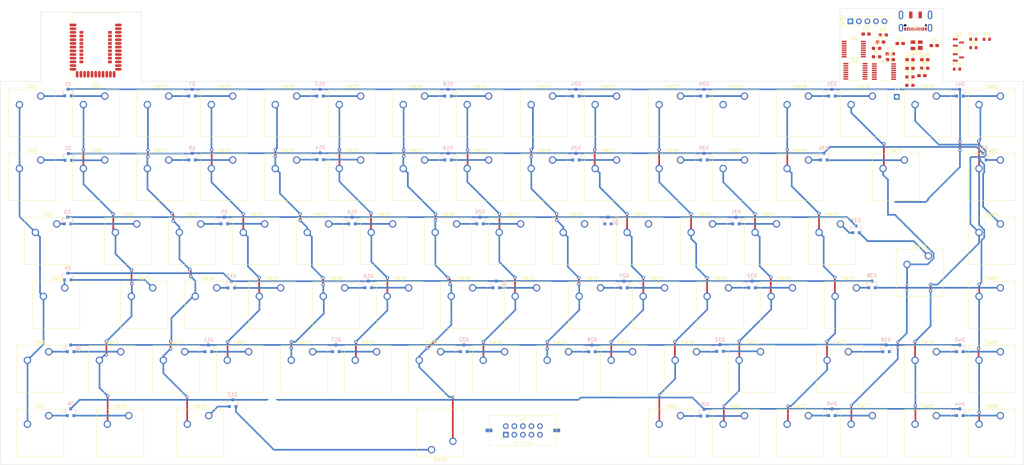
<source format=kicad_pcb>
(kicad_pcb (version 20210108) (generator pcbnew)
  (layers (0 "F.Cu" signal) (31 "B.Cu" signal) (34 "B.Paste" user) (35 "F.Paste" user) (36 "B.SilkS" user "B.Silkscreen") (37 "F.SilkS" user "F.Silkscreen") (38 "B.Mask" user) (39 "F.Mask" user) (44 "Edge.Cuts" user))
  (net 0 "")
  (net 1 "Net-(SW1-Pad2)")
  (net 2 "Net-(D1-Pad1)")
  (net 3 "Net-(D1-Pad2)")
  (net 4 "Net-(D1-Pad3)")
  (net 5 "Net-(D2-Pad1)")
  (net 6 "Net-(D2-Pad2)")
  (net 7 "Net-(D3-Pad1)")
  (net 8 "Net-(D5-Pad1)")
  (net 9 "Net-(D3-Pad2)")
  (net 10 "Net-(D4-Pad1)")
  (net 11 "Net-(D38-Pad2)")
  (net 12 "Net-(D4-Pad2)")
  (net 13 "Net-(D10-Pad3)")
  (net 14 "Net-(D5-Pad2)")
  (net 15 "Net-(D9-Pad1)")
  (net 16 "Net-(D11-Pad3)")
  (net 17 "Net-(D6-Pad2)")
  (net 18 "Net-(D12-Pad2)")
  (net 19 "Net-(D12-Pad3)")
  (net 20 "Net-(D7-Pad1)")
  (net 21 "Net-(D7-Pad2)")
  (net 22 "Net-(D17-Pad1)")
  (net 23 "Net-(SW13-Pad2)")
  (net 24 "Net-(D8-Pad2)")
  (net 25 "Net-(D9-Pad2)")
  (net 26 "Net-(D10-Pad1)")
  (net 27 "Net-(D10-Pad2)")
  (net 28 "Net-(D21-Pad1)")
  (net 29 "no_connect_(D39-Pad1)")
  (net 30 "Net-(D11-Pad1)")
  (net 31 "+5V")
  (net 32 "Net-(D14-Pad3)")
  (net 33 "/USB_D+")
  (net 34 "Net-(D11-Pad2)")
  (net 35 "Net-(SW19-Pad2)")
  (net 36 "Net-(D12-Pad1)")
  (net 37 "/RESET")
  (net 38 "Net-(D13-Pad1)")
  (net 39 "Net-(D45-Pad2)")
  (net 40 "Net-(D13-Pad2)")
  (net 41 "Net-(D45-Pad1)")
  (net 42 "Net-(D14-Pad1)")
  (net 43 "Net-(D46-Pad2)")
  (net 44 "Net-(D14-Pad2)")
  (net 45 "Net-(D46-Pad1)")
  (net 46 "Net-(D15-Pad1)")
  (net 47 "GND")
  (net 48 "Net-(D15-Pad2)")
  (net 49 "Net-(D15-Pad3)")
  (net 50 "Net-(D36-Pad1)")
  (net 51 "Net-(D16-Pad1)")
  (net 52 "Net-(D16-Pad2)")
  (net 53 "Net-(D17-Pad2)")
  (net 54 "/USB_D-")
  (net 55 "Net-(D18-Pad1)")
  (net 56 "Net-(D18-Pad2)")
  (net 57 "Net-(D19-Pad1)")
  (net 58 "Net-(D19-Pad2)")
  (net 59 "Net-(D40-Pad1)")
  (net 60 "Net-(D20-Pad1)")
  (net 61 "Net-(J1-PadB5)")
  (net 62 "Net-(D20-Pad2)")
  (net 63 "no_connect_(J1-PadA8)")
  (net 64 "Net-(D21-Pad2)")
  (net 65 "Net-(J1-PadA5)")
  (net 66 "Net-(D42-Pad1)")
  (net 67 "Net-(D47-Pad2)")
  (net 68 "Net-(D22-Pad1)")
  (net 69 "Net-(D22-Pad2)")
  (net 70 "Net-(U3-Pad10)")
  (net 71 "Net-(D24-Pad1)")
  (net 72 "Net-(D47-Pad1)")
  (net 73 "Net-(D24-Pad2)")
  (net 74 "/UART_TX")
  (net 75 "Net-(D25-Pad1)")
  (net 76 "/MCU/VCC_SW")
  (net 77 "Net-(D25-Pad2)")
  (net 78 "Net-(D26-Pad1)")
  (net 79 "Net-(D26-Pad2)")
  (net 80 "Net-(D27-Pad1)")
  (net 81 "Net-(D27-Pad2)")
  (net 82 "Net-(D28-Pad1)")
  (net 83 "Net-(D28-Pad2)")
  (net 84 "Net-(D29-Pad1)")
  (net 85 "Net-(D29-Pad2)")
  (net 86 "Net-(D30-Pad1)")
  (net 87 "Net-(D30-Pad2)")
  (net 88 "Net-(D31-Pad2)")
  (net 89 "Net-(D32-Pad1)")
  (net 90 "Net-(D32-Pad2)")
  (net 91 "Net-(D6-Pad1)")
  (net 92 "Net-(D33-Pad1)")
  (net 93 "Net-(D33-Pad2)")
  (net 94 "/keys/VCC_SW")
  (net 95 "Net-(D34-Pad2)")
  (net 96 "Net-(D35-Pad1)")
  (net 97 "Net-(D8-Pad1)")
  (net 98 "Net-(D35-Pad2)")
  (net 99 "Net-(D36-Pad2)")
  (net 100 "Net-(D37-Pad2)")
  (net 101 "Net-(D38-Pad1)")
  (net 102 "Net-(D39-Pad2)")
  (net 103 "Net-(D40-Pad2)")
  (net 104 "Net-(D41-Pad1)")
  (net 105 "Net-(D41-Pad2)")
  (net 106 "Net-(D42-Pad2)")
  (net 107 "Net-(D43-Pad1)")
  (net 108 "Net-(D43-Pad2)")
  (net 109 "Net-(D44-Pad1)")
  (net 110 "Net-(D44-Pad2)")
  (net 111 "Net-(D31-Pad1)")
  (net 112 "Net-(SW10-Pad2)")
  (net 113 "Net-(SW23-Pad2)")
  (net 114 "Net-(D37-Pad1)")
  (net 115 "Net-(SW29-Pad2)")
  (net 116 "Net-(D34-Pad1)")
  (net 117 "Net-(SW35-Pad2)")
  (net 118 "Net-(SW40-Pad2)")
  (net 119 "Net-(SW78-Pad2)")
  (net 120 "Net-(SW45-Pad2)")
  (net 121 "Net-(SW51-Pad2)")
  (net 122 "Net-(SW56-Pad2)")
  (net 123 "Net-(SW81-Pad2)")
  (net 124 "Net-(SW61-Pad2)")
  (net 125 "Net-(SW68-Pad2)")
  (net 126 "Net-(SW74-Pad2)")
  (net 127 "Net-(J1-PadS1)")
  (net 128 "+3V3")
  (net 129 "/SWDCLK")
  (net 130 "/SWDIO")
  (net 131 "no_connect_(J1-PadB8)")
  (net 132 "no_connect_(J2-Pad3)")
  (net 133 "no_connect_(J2-Pad5)")
  (net 134 "no_connect_(J2-Pad10)")
  (net 135 "no_connect_(SW30-Pad1)")
  (net 136 "no_connect_(SW30-Pad2)")
  (net 137 "no_connect_(SW30-Pad3)")
  (net 138 "no_connect_(SW30-Pad4)")
  (net 139 "no_connect_(U1-Pad2)")
  (net 140 "no_connect_(U1-Pad3)")
  (net 141 "no_connect_(U1-Pad4)")
  (net 142 "no_connect_(U1-Pad5)")
  (net 143 "no_connect_(U1-Pad6)")
  (net 144 "no_connect_(U1-Pad7)")
  (net 145 "no_connect_(U1-Pad8)")
  (net 146 "no_connect_(U1-Pad9)")
  (net 147 "/UART_RX")
  (net 148 "no_connect_(U1-Pad10)")
  (net 149 "no_connect_(U1-Pad11)")
  (net 150 "no_connect_(U1-Pad18)")
  (net 151 "no_connect_(U1-Pad19)")
  (net 152 "no_connect_(U1-Pad26)")
  (net 153 "no_connect_(U1-Pad33)")
  (net 154 "/MCU/D+")
  (net 155 "/MCU/D-")
  (net 156 "no_connect_(U1-Pad34)")
  (net 157 "no_connect_(U1-Pad35)")
  (net 158 "no_connect_(U1-Pad36)")
  (net 159 "no_connect_(U1-Pad38)")
  (net 160 "no_connect_(U1-Pad39)")
  (net 161 "no_connect_(U1-Pad40)")
  (net 162 "no_connect_(U1-Pad41)")
  (net 163 "/MCU/SPI_MISO")
  (net 164 "no_connect_(U1-Pad42)")
  (net 165 "no_connect_(U1-Pad43)")
  (net 166 "no_connect_(U1-Pad44)")
  (net 167 "no_connect_(U1-Pad45)")
  (net 168 "no_connect_(U1-Pad46)")
  (net 169 "no_connect_(U1-Pad47)")
  (net 170 "no_connect_(U1-Pad48)")
  (net 171 "no_connect_(U1-Pad49)")
  (net 172 "Net-(C4-Pad2)")
  (net 173 "/MCU/165_~CE")
  (net 174 "/MCU/SPI_MOSI")
  (net 175 "/MCU/165_~PL")
  (net 176 "no_connect_(U1-Pad50)")
  (net 177 "no_connect_(U1-Pad51)")
  (net 178 "no_connect_(U1-Pad52)")
  (net 179 "/MCU/SPI_SCK")
  (net 180 "Net-(C5-Pad1)")
  (net 181 "no_connect_(U1-Pad53)")
  (net 182 "no_connect_(U1-Pad54)")
  (net 183 "no_connect_(U1-Pad55)")
  (net 184 "Net-(C6-Pad1)")
  (net 185 "no_connect_(U2-Pad6)")
  (net 186 "no_connect_(U2-Pad7)")
  (net 187 "no_connect_(U2-Pad9)")
  (net 188 "no_connect_(U3-Pad7)")
  (net 189 "no_connect_(U4-Pad7)")
  (net 190 "no_connect_(U4-Pad10)")
  (net 191 "Net-(Q2-Pad3)")
  (net 192 "+BATT")
  (net 193 "Net-(Q2-Pad1)")
  (net 194 "Net-(Q3-Pad3)")
  (net 195 "Net-(Q3-Pad1)")
  (net 196 "/Power Supply/~BAL_HIGH")
  (net 197 "/Power Supply/BAL_LOW")
  (net 198 "/Power Supply/VMID")
  (footprint "footprints:SW_Cherry_MX_1.00u_PCB" (layer "F.Cu") (at 269.08125 114.3)
    (fp_text reference "SW65")
    (fp_text value "sq br open")
  )
  (footprint "footprints:SW_Cherry_MX_1.00u_PCB" (layer "F.Cu") (at 178.59375 133.35)
    (fp_text reference "SW39")
    (fp_text value "h")
  )
  (footprint "Resistor_SMD:R_0603_1608Metric" (layer "F.Cu") (at 327.72 61.76)
    (fp_text reference "R9")
    (fp_text value "1K")
  )
  (footprint "Diode_SMD:D_0603_1608Metric_Pad1.05x0.95mm_HandSolder" (layer "F.Cu") (at 308.865 65.34)
    (fp_text reference "D47")
    (fp_text value "Scroll Lock")
  )
  (footprint "Capacitor_SMD:C_0603_1608Metric_Pad1.08x0.95mm_HandSolder" (layer "F.Cu") (at 302.99 65.35)
    (fp_text reference "C6")
    (fp_text value "100nF")
  )
  (footprint "footprints:SW_Cherry_MX_1.00u_PCB" (layer "F.Cu") (at 259.55625 171.45)
    (fp_text reference "SW67")
    (fp_text value "Menu")
  )
  (footprint "footprints:SW_Cherry_MX_1.00u_PCB" (layer "F.Cu") (at 197.64375 133.35)
    (fp_text reference "SW44")
    (fp_text value "j")
  )
  (footprint "Capacitor_SMD:C_0603_1608Metric_Pad1.08x0.95mm_HandSolder" (layer "F.Cu") (at 300.1 60.1)
    (fp_text reference "C2")
    (fp_text value "4.7nF")
  )
  (footprint "footprints:SW_Cherry_MX_1.00u_PCB" (layer "F.Cu") (at 240.50625 95.25)
    (fp_text reference "SW58")
    (fp_text value "0")
  )
  (footprint "footprints:SW_Cherry_MX_1.00u_PCB" (layer "F.Cu") (at 83.34375 133.35)
    (fp_text reference "SW10")
    (fp_text value "a")
  )
  (footprint "footprints:SW_Cherry_MX_1.00u_PCB" (layer "F.Cu") (at 192.88125 114.3)
    (fp_text reference "SW43")
    (fp_text value "u")
  )
  (footprint "footprints:SW_Cherry_MX_1.00u_PCB" (layer "F.Cu") (at 245.26875 152.4)
    (fp_text reference "SW56")
    (fp_text value "dot")
  )
  (footprint "footprints:SW_Cherry_MX_1.75u_PCB" (layer "F.Cu") (at 57.15 133.35)
    (fp_text reference "SW5")
    (fp_text value "Caps Lock")
  )
  (footprint "footprints:SW_Cherry_MX_1.00u_PCB" (layer "F.Cu") (at 226.21875 152.4)
    (fp_text reference "SW51")
    (fp_text value "comma")
  )
  (footprint "footprints:SW_Cherry_MX_1.00u_PCB" (layer "F.Cu") (at 169.06875 152.4)
    (fp_text reference "SW35")
    (fp_text value "b")
  )
  (footprint "footprints:SW_Cherry_MX_1.00u_PCB" (layer "F.Cu") (at 73.81875 152.4)
    (fp_text reference "SW12")
    (fp_text value "Fn")
  )
  (footprint "footprints:SW_Cherry_MX_1.00u_PCB" (layer "F.Cu") (at 188.11875 152.4)
    (fp_text reference "SW40")
    (fp_text value "n")
  )
  (footprint "Package_TO_SOT_SMD:SOT-23" (layer "F.Cu") (at 323.27 64.67)
    (fp_text reference "Q2")
    (fp_text value "BC807")
  )
  (footprint "Resistor_SMD:R_0603_1608Metric_Pad0.98x0.95mm_HandSolder" (layer "F.Cu") (at 298.89 64.48)
    (fp_text reference "R1")
    (fp_text value "0")
  )
  (footprint "footprints:SW_Cherry_MX_1.25u_PCB" (layer "F.Cu") (at 52.3875 152.4)
    (fp_text reference "SW6")
    (fp_text value "Shift")
  )
  (footprint "footprints:SW_Cherry_MX_1.00u_PCB" (layer "F.Cu") (at 250.03125 114.3)
    (fp_text reference "SW59")
    (fp_text value "p")
  )
  (footprint "footprints:SW_Cherry_MX_1.25u_PCB" (layer "F.Cu") (at 76.2 171.45)
    (fp_text reference "SW18")
    (fp_text value "Tux")
  )
  (footprint "footprints:Holyiot-18010-NRF52840" (layer "F.Cu") (at 59.6 55)
    (fp_text reference "U1")
    (fp_text value "Holyiot-18010-NRF52840")
  )
  (footprint "footprints:SW_Cherry_MX_1.00u_PCB" (layer "F.Cu") (at 111.91875 152.4)
    (fp_text reference "SW87")
    (fp_text value "x")
  )
  (footprint "footprints:SW_Cherry_MX_1.00u_PCB" (layer "F.Cu") (at 126.20625 95.25)
    (fp_text reference "SW26")
    (fp_text value "4")
  )
  (footprint "footprints:SW_Cherry_MX_1.00u_PCB" (layer "F.Cu") (at 92.86875 152.4)
    (fp_text reference "SW17")
    (fp_text value "z")
  )
  (footprint "Capacitor_SMD:C_0603_1608Metric_Pad1.08x0.95mm_HandSolder" (layer "F.Cu") (at 305.93 60.52)
    (fp_text reference "C1")
    (fp_text value "100nF")
  )
  (footprint "Package_TO_SOT_SMD:SOT-23" (layer "F.Cu") (at 323.27 60.22)
    (fp_text reference "Q3")
    (fp_text value "BC817")
  )
  (footprint "footprints:SW_Cherry_MX_1.00u_PCB" (layer "F.Cu") (at 297.65625 76.2)
    (fp_text reference "SW74")
    (fp_text value "Print")
  )
  (footprint "Resistor_SMD:R_0603_1608Metric" (layer "F.Cu") (at 322.83 68.15)
    (fp_text reference "R11")
    (fp_text value "30")
  )
  (footprint "Package_SO:TSSOP-16_4.4x5mm_P0.65mm" (layer "F.Cu") (at 292.1 62.2)
    (fp_text reference "U3")
    (fp_text value "74LV165")
  )
  (footprint "footprints:SW_Cherry_MX_1.00u_PCB" (layer "F.Cu") (at 102.39375 133.35)
    (fp_text reference "SW16")
    (fp_text value "s")
  )
  (footprint "Package_SO:TSSOP-16_4.4x5mm_P0.65mm" (layer "F.Cu") (at 292.6 68.8)
    (fp_text reference "U2")
    (fp_text value "74LV595")
  )
  (footprint "footprints:SW_Cherry_MX_1.00u_PCB" (layer "F.Cu") (at 116.68125 114.3)
    (fp_text reference "SW21")
    (fp_text value "e")
  )
  (footprint "footprints:SW_Cherry_MX_1.00u_PCB" (layer "F.Cu") (at 335.75625 114.3)
    (fp_text reference "SW83")
    (fp_text value "DEL")
  )
  (footprint "footprints:SW_Cherry_MX_1.00u_PCB" (layer "F.Cu") (at 50.00625 76.2)
    (fp_text reference "SW1")
    (fp_text value "Esc")
  )
  (footprint "Capacitor_SMD:C_0603_1608Metric_Pad1.08x0.95mm_HandSolder" (layer "F.Cu") (at 295.77 57.71)
    (fp_text reference "C7")
    (fp_text value "0,1u")
  )
  (footprint "footprints:SW_Cherry_MX_1.00u_PCB" (layer "F.Cu") (at 254.79375 133.35)
    (fp_text reference "SW60")
    (fp_text value "semicolon")
  )
  (footprint "footprints:SW_Cherry_MX_1.00u_PCB" (layer "F.Cu") (at 259.55625 95.25)
    (fp_text reference "SW64")
    (fp_text value "minus")
  )
  (footprint "Package_SO:TSSOP-16_4.4x5mm_P0.65mm" (layer "F.Cu") (at 301.1 68.9)
    (fp_text reference "U4")
    (fp_text value "74LV165")
  )
  (footprint "footprints:SW_Cherry_MX_1.00u_PCB" (layer "F.Cu") (at 288.13125 114.3)
    (fp_text reference "SW70")
    (fp_text value "sq br close")
  )
  (footprint "footprints:SW_Cherry_MX_1.00u_PCB" (layer "F.Cu") (at 235.74375 133.35)
    (fp_text reference "SW55")
    (fp_text value "l")
  )
  (footprint "footprints:SW_Cherry_MX_1.00u_PCB" (layer "F.Cu") (at 154.78125 114.3)
    (fp_text reference "SW33")
    (fp_text value "t")
  )
  (footprint "footprints:SW_Cherry_MX_1.00u_PCB" (layer "F.Cu") (at 316.70625 76.2)
    (fp_text reference "SW78")
    (fp_text value "Scroll Lock")
  )
  (footprint "footprints:SW_Cherry_MX_1.00u_PCB" (layer "F.Cu") (at 159.54375 133.35)
    (fp_text reference "SW34")
    (fp_text value "g")
  )
  (footprint "Connector_PinHeader_2.54mm:PinHeader_1x01_P2.54mm_Vertical" (layer "F.Cu") (at 304.9 76.4)
    (fp_text reference "J3")
    (fp_text value "Conn_01x01")
  )
  (footprint "footprints:SW_Cherry_MX_1.00u_PCB" (layer "F.Cu") (at 240.50625 76.2)
    (fp_text reference "SW57")
    (fp_text value "F10")
  )
  (footprint "footprints:SW_Cherry_MX_1.00u_PCB" (layer "F.Cu") (at 211.93125 114.3)
    (fp_text reference "SW49")
    (fp_text value "i")
  )
  (footprint "Package_TO_SOT_SMD:SOT-143" (layer "F.Cu") (at 310.81345 61.0616 180)
    (fp_text reference "D23")
    (fp_text value "PRTR5V0U2X")
  )
  (footprint "footprints:SW_Cherry_MX_1.00u_PCB" (layer "F.Cu") (at 202.40625 76.2)
    (fp_text reference "SW47")
    (fp_text value "F8")
  )
  (footprint "Resistor_SMD:R_0603_1608Metric_Pad0.98x0.95mm_HandSolder" (layer "F.Cu") (at 300.87 57.97)
    (fp_text reference "R2")
    (fp_text value "5k1")
  )
  (footprint "footprints:SW_Cherry_MX_1.00u_PCB" (layer "F.Cu") (at 216.69375 133.35)
    (fp_text reference "SW50")
    (fp_text value "k")
  )
  (footprint "footprints:SW_Cherry_MX_1.00u_PCB" (layer "F.Cu") (at 335.75625 95.25)
    (fp_text reference "SW82")
    (fp_text value "INS")
  )
  (footprint "Diode_SMD:D_0603_1608Metric_Pad1.05x0.95mm_HandSolder" (layer "F.Cu") (at 308.865 67.93)
    (fp_text reference "D45")
    (fp_text value "Power")
  )
  (footprint "footprints:SW_Cherry_MX_1.00u_PCB" (layer "F.Cu") (at 97.63125 114.3)
    (fp_text reference "SW15")
    (fp_text value "w")
  )
  (footprint "footprints:USB_C_Receptale_JAE_DX07S016JA1R1500" (layer "F.Cu") (at 310.48325 55.1 180)
    (fp_text reference "J1")
    (fp_text value "USB_C_Receptacle_USB2.0")
  )
  (footprint "footprints:SW_Cherry_MX_1.25u_PCB" (layer "F.Cu") (at 52.3875 171.45)
    (fp_text reference "SW7")
    (fp_text value "Ctrl")
  )
  (footprint "footprints:SW_Cherry_MX_1.00u_PCB" (layer "F.Cu") (at 69.05625 76.2)
    (fp_text reference "SW2")
    (fp_text value "F1")
  )
  (footprint "Capacitor_SMD:C_0603_1608Metric_Pad1.08x0.95mm_HandSolder" (layer "F.Cu") (at 316.0575 61.13)
    (fp_text reference "C5")
    (fp_text value "100nF")
  )
  (footprint "footprints:SW_Cherry_MX_1.00u_PCB" (layer "F.Cu") (at 202.40625 95.25)
    (fp_text reference "SW48")
    (fp_text value "8")
  )
  (footprint "footprints:SW_Cherry_MX_1.00u_PCB" (layer "F.Cu") (at 183.35625 76.2)
    (fp_text reference "SW41")
    (fp_text value "F7")
  )
  (footprint "footprints:SW_Cherry_MX_1.00u_PCB" (layer "F.Cu") (at 335.75625 171.45)
    (fp_text reference "SW86")
    (fp_text value "Right")
  )
  (footprint "footprints:SW_Cherry_MX_1.00u_PCB" (layer "F.Cu") (at 230.98125 114.3)
    (fp_text reference "SW54")
    (fp_text value "o")
  )
  (footprint "footprints:SW_Cherry_MX_1.00u_PCB" (layer "F.Cu") (at 173.83125 114.3)
    (fp_text reference "SW38")
    (fp_text value "y")
  )
  (footprint "footprints:SW_Cherry_MX_6.25u_PCB" (layer "F.Cu") (at 166.37 181.62 180)
    (fp_text reference "SW46")
    (fp_text value "Space")
  )
  (footprint "Resistor_SMD:R_0603_1608Metric_Pad0.98x0.95mm_HandSolder" (layer "F.Cu") (at 308.82 70.48)
    (fp_text reference "R4")
    (fp_text value "47")
  )
  (footprint "footprints:SW_Cherry_MX_1.00u_PCB" (layer "F.Cu") (at 273.84375 133.35)
    (fp_text reference "SW66")
    (fp_text value "apostrophe")
  )
  (footprint "footprints:SW_Cherry_MX_1.00u_PCB" (layer "F.Cu") (at 164.30625 95.25)
    (fp_text reference "SW37")
    (fp_text value "6")
  )
  (footprint "footprints:SW_Cherry_MX_1.00u_PCB" (layer "F.Cu") (at 69.05625 95.25)
    (fp_text reference "SW8")
    (fp_text value "1")
  )
  (footprint "footprints:SW_Cherry_MX_1.00u_PCB" (layer "F.Cu") (at 145.25625 76.2)
    (fp_text reference "SW31")
    (fp_text value "F5")
  )
  (footprint "footprints:SW_Cherry_MX_1.00u_PCB" (layer "F.Cu") (at 150.01875 152.4)
    (fp_text reference "SW29")
    (fp_text value "v")
  )
  (footprint "Resistor_SMD:R_0603_1608Metric_Pad0.98x0.95mm_HandSolder" (layer "F.Cu") (at 313.21 67.89)
    (fp_text reference "R5")
    (fp_text value "47")
  )
  (footprint "footprints:SW_Cherry_MX_1.00u_PCB" (layer "F.Cu") (at 259.55625 76.2)
    (fp_text reference "SW63")
    (fp_text value "F11")
  )
  (footprint "footprints:SW_Cherry_MX_1.00u_PCB" (layer "F.Cu") (at 88.10625 76.2)
    (fp_text reference "SW13")
    (fp_text value "F2")
  )
  (footprint "Diode_SMD:D_0603_1608Metric_Pad1.05x0.95mm_HandSolder" (layer "F.Cu") (at 313.255 65.34)
    (fp_text reference "D46")
    (fp_text value "Caps Lock")
  )
  (footprint "footprints:SW_Cherry_MX_1.00u_PCB" (layer "F.Cu") (at 107.15625 95.25)
    (fp_text reference "SW20")
    (fp_text value "3")
  )
  (footprint "footprints:programming_port_st_link_clone" (layer "F.Cu") (at 188.48705 177.1396)
    (fp_text reference "J2")
    (fp_text value "Conn_02x05_Top_Bottom")
  )
  (footprint "footprints:SW_Cherry_MX_1.75u_PCB" (layer "F.Cu") (at 290.5125 152.4)
    (fp_text reference "SW72")
    (fp_text value "Shift")
  )
  (footprint "footprints:SW_Cherry_MX_1.00u_PCB" (layer "F.Cu") (at 140.49375 133.35)
    (fp_text reference "SW28")
    (fp_text value "f")
  )
  (footprint "footprints:SW_Cherry_MX_1.00u_PCB" (layer "F.Cu") (at 88.10625 95.25)
    (fp_text reference "SW14")
    (fp_text value "2")
  )
  (footprint "footprints:SW_Cherry_MX_1.00u_PCB" (layer "F.Cu") (at 335.75625 76.2)
    (fp_text reference "SW81")
    (fp_text value "Pause")
  )
  (footprint "footprints:SW_Cherry_MX_1.00u_PCB" (layer "F.Cu") (at 145.25625 95.25)
    (fp_text reference "SW32")
    (fp_text value "5")
  )
  (footprint "footprints:SW_Cherry_MX_1.00u_PCB" (layer "F.Cu") (at 335.75625 133.35)
    (fp_text reference "SW84")
    (fp_text value "Page Up")
  )
  (footprint "Resistor_SMD:R_0603_1608Metric" (layer "F.Cu") (at 331.73 59.25)
    (fp_text reference "R8")
    (fp_text value "1K")
  )
  (footprint "footprints:SW_Cherry_MX_1.00u_PCB" (layer "F.Cu") (at 278.60625 95.25)
    (fp_text reference "SW69")
    (fp_text value "equal")
  )
  (footprint "footprints:SW_Cherry_MX_1.00u_PCB" (layer "F.Cu") (at 126.20625 76.2)
    (fp_text reference "SW25")
    (fp_text value "F4")
  )
  (footprint "footprints:SW_Cherry_MX_1.00u_PCB" (layer "F.Cu") (at 316.70625 171.45)
    (fp_text reference "SW80")
    (fp_text value "Down")
  )
  (footprint "footprints:SW_Cherry_MX_1.00u_PCB" (layer "F.Cu") (at 316.70625 152.4)
    (fp_text reference "SW79")
    (fp_text value "Up")
  )
  (footprint "footprints:SW_Cherry_MX_1.00u_PCB" (layer "F.Cu") (at 50.00625 95.25)
    (fp_text reference "SW3")
    (fp_text value "tilde")
  )
  (footprint "Resistor_SMD:R_0603_1608Metric" (layer "F.Cu") (at 327.72 59.25)
    (fp_text reference "R10")
    (fp_text value "30")
  )
  (footprint "footprints:SW_Cherry_MX_1.00u_PCB" (layer "F.Cu") (at 130.96875 152.4)
    (fp_text reference "SW23")
    (fp_text value "c")
  )
  (footprint "footprints:SW_Cherry_MX_1.00u_PCB" (layer "F.Cu") (at 207.16875 152.4)
    (fp_text reference "SW45")
    (fp_text value "m")
  )
  (footprint "footprints:SW_Cherry_MX_1.00u_PCB" (layer "F.Cu") (at 292.89375 133.35)
    (fp_text reference "SW71")
    (fp_text value "backslash")
  )
  (footprint "footprints:SW_Cherry_MX_1.00u_PCB" (layer "F.Cu") (at 121.44375 133.35)
    (fp_text reference "SW22")
    (fp_text value "d")
  )
  (footprint "footprints:SW_Cherry_MX_1.00u_PCB" (layer "F.Cu") (at 264.31875 152.4)
    (fp_text reference "SW61")
    (fp_text value "slash")
  )
  (footprint "Capacitor_SMD:C_0603_1608Metric_Pad1.08x0.95mm_HandSolder" (layer "F.Cu") (at 302.99 63.6)
    (fp_text reference "C4")
    (fp_text value "100nF")
  )
  (footprint "footprints:SW_Cherry_MX_1.00u_PCB" (layer "F.Cu") (at 335.75625 152.4)
    (fp_text reference "SW85")
    (fp_text value "Page Down")
  )
  (footprint "footprints:SW_Cherry_MX_1.00u_PCB" (layer "F.Cu") (at 240.50625 171.45)
    (fp_text reference "SW62")
    (fp_text value "Alt Gr")
  )
  (footprint "Capacitor_SMD:C_0603_1608Metric_Pad1.08x0.95mm_HandSolder" (layer "F.Cu") (at 312.4 70.1)
    (fp_text reference "C3")
    (fp_text value "100nF")
  )
  (footprint "footprints:SW_Cherry_MX_1.00u_PCB" (layer "F.Cu") (at 278.60625 76.2)
    (fp_text reference "SW68")
    (fp_text value "F12")
  )
  (footprint "Resistor_SMD:R_0603_1608Metric_Pad0.98x0.95mm_HandSolder" (layer "F.Cu") (at 308.82 72.99)
    (fp_text reference "R6")
    (fp_text value "47")
  )
  (footprint "footprints:SW_Cherry_MX_2.00u_PCB" (layer "F.Cu") (at 307.18125 95.25)
    (fp_text reference "SW75")
    (fp_text value "Backspace")
  )
  (footprint "footprints:SW_Cherry_MX_1.00u_PCB" (layer "F.Cu") (at 78.58125 114.3)
    (fp_text reference "SW9")
    (fp_text value "q")
  )
  (footprint "footprints:SW_Cherry_MX_1.00u_PCB" (layer "F.Cu") (at 183.35625 95.25)
    (fp_text reference "SW42")
    (fp_text value "7")
  )
  (footprint "footprints:SW_Cherry_MX_1.00u_PCB" (layer "F.Cu") (at 221.45625 76.2)
    (fp_text reference "SW52")
    (fp_text value "F9")
  )
  (footprint "footprints:SW_Cherry_MX_ISOEnter_PCB" (layer "F.Cu") (at 314.325 123.825)
    (fp_text reference "SW76")
    (fp_text value "Enter")
  )
  (footprint "footprints:SW_Cherry_MX_1.00u_PCB" (layer "F.Cu") (at 278.60625 171.45)
    (fp_text reference "SW73")
    (fp_text value "Ctrl")
  )
  (footprint "footprints:SW_Cherry_MX_1.50u_PCB" (layer "F.Cu") (at 54.76875 114.3)
    (fp_text reference "SW4")
    (fp_text value "Tab")
  )
  (footprint "footprints:SW_Cherry_MX_1.00u_PCB" (layer "F.Cu") (at 107.15625 76.2)
    (fp_text reference "SW19")
    (fp_text value "F3")
  )
  (footprint "footprints:SW_Cherry_MX_1.00u_PCB" (layer "F.Cu") (at 164.30625 76.2)
    (fp_text reference "SW36")
    (fp_text value "F6")
  )
  (footprint "footprints:SW_Cherry_MX_1.00u_PCB" (layer "F.Cu") (at 221.45625 95.25)
    (fp_text reference "SW53")
    (fp_text value "9")
  )
  (footprint "footprints:SW_Cherry_MX_1.00u_PCB" (layer "F.Cu") (at 135.73125 114.3)
    (fp_text reference "SW27")
    (fp_text value "r")
  )
  (footprint "footprints:SW_Cherry_MX_1.00u_PCB" (layer "F.Cu") (at 297.65625 171.45)
    (fp_text reference "SW77")
    (fp_text value "Left")
  )
  (footprint "Connector_PinHeader_2.54mm:PinHeader_1x05_P2.54mm_Vertical" (layer "F.Cu") (at 291.08 53.9 90)
    (fp_text reference "SW30")
    (fp_text value "SW_SP3T")
  )
  (footprint "footprints:SW_Cherry_MX_1.25u_PCB" (layer "F.Cu") (at 100.0125 171.45)
    (fp_text reference "SW24")
    (fp_text value "Alt")
  )
  (footprint "Resistor_SMD:R_0603_1608Metric_Pad0.98x0.95mm_HandSolder" (layer "F.Cu") (at 298.89 61.97)
    (fp_text reference "R3")
    (fp_text value "5k1")
  )
  (footprint "Package_TO_SOT_SMD:SOT-23" (layer "B.Cu") (at 99.91725 151.384 90)
    (fp_text reference "D11")
    (fp_text value "BAT54C")
  )
  (footprint "Package_TO_SOT_SMD:SOT-23" (layer "B.Cu") (at 107.15625 167.7416 90)
    (fp_text reference "D12")
    (fp_text value "BAT54C")
  )
  (footprint "Package_TO_SOT_SMD:SOT-23" (layer "B.Cu") (at 147.54225 132.318 90)
    (fp_text reference "D16")
    (fp_text value "BAT54C")
  )
  (footprint "Package_TO_SOT_SMD:SOT-23" (layer "B.Cu") (at 283.17825 94.234 90)
    (fp_text reference "D36")
    (fp_text value "BAT54C")
  )
  (footprint "Package_TO_SOT_SMD:SOT-23" (layer "B.Cu") (at 209.35065 75.2 90)
    (fp_text reference "D24")
    (fp_text value "BAT54C")
  )
  (footprint "Package_TO_SOT_SMD:SOT-23" (layer "B.Cu") (at 252.29185 151.2824 90)
    (fp_text reference "D33")
    (fp_text value "BAT54C")
  )
  (footprint "Package_TO_SOT_SMD:SOT-23" (layer "B.Cu") (at 218.91625 113.284 90)
    (fp_text reference "D26")
    (fp_text value "BAT54C")
  )
  (footprint "Package_TO_SOT_SMD:SOT-23" (layer "B.Cu") (at 142.71625 113.284 90)
    (fp_text reference "D15")
    (fp_text value "BAT54C")
  )
  (footprint "Package_TO_SOT_SMD:SOT-23" (layer "B.Cu") (at 95.09125 75.184 90)
    (fp_text reference "D7")
    (fp_text value "BAT54C")
  )
  (footprint "Package_TO_SOT_SMD:SOT-23" (layer "B.Cu") (at 330.54925 94.234 90)
    (fp_text reference "D42")
    (fp_text value "BAT54C")
  )
  (footprint "Package_TO_SOT_SMD:SOT-23" (layer "B.Cu") (at 58.89625 151.384 90)
    (fp_text reference "D5")
    (fp_text value "BAT54C")
  )
  (footprint "Package_TO_SOT_SMD:SOT-23" (layer "B.Cu") (at 285.59125 75.184 90)
    (fp_text reference "D35")
    (fp_text value "BAT54C")
  )
  (footprint "Package_TO_SOT_SMD:SOT-23" (layer "B.Cu") (at 137.89025 151.384 90)
    (fp_text reference "D17")
    (fp_text value "BAT54C")
  )
  (footprint "Package_TO_SOT_SMD:SOT-23" (layer "B.Cu") (at 58.03265 129.9972 90)
    (fp_text reference "D4")
    (fp_text value "BAT54C")
  )
  (footprint "Package_TO_SOT_SMD:SOT-23" (layer "B.Cu") (at 104.66705 113.268 90)
    (fp_text reference "D9")
    (fp_text value "BAT54C")
  )
  (footprint "Package_TO_SOT_SMD:SOT-23" (layer "B.Cu") (at 247.51665 75.184 90)
    (fp_text reference "D29")
    (fp_text value "BAT54C")
  )
  (footprint "Package_TO_SOT_SMD:SOT-23" (layer "B.Cu") (at 171.29125 75.184 90)
    (fp_text reference "D18")
    (fp_text value "BAT54C")
  )
  (footprint "Package_TO_SOT_SMD:SOT-23" (layer "B.Cu") (at 95.09125 94.234 90)
    (fp_text reference "D8")
    (fp_text value "BAT54C")
  )
  (footprint "Package_TO_SOT_SMD:SOT-23" (layer "B.Cu") (at 106.74985 132.3848 90)
    (fp_text reference "D10")
    (fp_text value "BAT54C")
  )
  (footprint "Package_TO_SOT_SMD:SOT-23" (layer "B.Cu") (at 297.52925 132.334 90)
    (fp_text reference "D38")
    (fp_text value "BAT54C")
  )
  (footprint "Package_TO_SOT_SMD:SOT-23" (layer "B.Cu") (at 301.72025 151.384 90)
    (fp_text reference "D39")
    (fp_text value "BAT54C")
  )
  (footprint "Package_TO_SOT_SMD:SOT-23" (layer "B.Cu") (at 292.77945 115.9256 90)
    (fp_text reference "D37")
    (fp_text value "BAT54C")
  )
  (footprint "Package_TO_SOT_SMD:SOT-23" (layer "B.Cu") (at 209.39125 94.234 90)
    (fp_text reference "D25")
    (fp_text value "BAT54C")
  )
  (footprint "Package_TO_SOT_SMD:SOT-23" (layer "B.Cu") (at 180.81625 113.284 90)
    (fp_text reference "D20")
    (fp_text value "BAT54C")
  )
  (footprint "Package_TO_SOT_SMD:SOT-23" (layer "B.Cu") (at 133.21665 94.1324 90)
    (fp_text reference "D14")
    (fp_text value "BAT54C")
  )
  (footprint "Package_TO_SOT_SMD:SOT-23" (layer "B.Cu") (at 57.98185 113.284 90)
    (fp_text reference "D3")
    (fp_text value "BAT54C")
  )
  (footprint "Package_TO_SOT_SMD:SOT-23" (layer "B.Cu") (at 323.69125 151.384 90)
    (fp_text reference "D43")
    (fp_text value "BAT54C")
  )
  (footprint "Package_TO_SOT_SMD:SOT-23" (layer "B.Cu") (at 247.49125 94.234 90)
    (fp_text reference "D30")
    (fp_text value "BAT54C")
  )
  (footprint "Package_TO_SOT_SMD:SOT-23" (layer "B.Cu") (at 323.69125 170.434 90)
    (fp_text reference "D44")
    (fp_text value "BAT54C")
  )
  (footprint "Package_TO_SOT_SMD:SOT-23" (layer "B.Cu") (at 257.01625 113.284 90)
    (fp_text reference "D31")
    (fp_text value "BAT54C")
  )
  (footprint "Package_TO_SOT_SMD:SOT-23" (layer "B.Cu") (at 223.68125 132.35 90)
    (fp_text reference "D27")
    (fp_text value "BAT54C")
  )
  (footprint "Package_TO_SOT_SMD:SOT-23" (layer "B.Cu") (at 58.08345 75.1332 90)
    (fp_text reference "D1")
    (fp_text value "BAT54C")
  )
  (footprint "Package_TO_SOT_SMD:SOT-23" (layer "B.Cu") (at 175.99025 151.384 90)
    (fp_text reference "D22")
    (fp_text value "BAT54C")
  )
  (footprint "Package_TO_SOT_SMD:SOT-23" (layer "B.Cu") (at 323.69125 75.184 90)
    (fp_text reference "D41")
    (fp_text value "BAT54C")
  )
  (footprint "Package_TO_SOT_SMD:SOT-23" (layer "B.Cu") (at 214.15625 151.4 90)
    (fp_text reference "D28")
    (fp_text value "BAT54C")
  )
  (footprint "Package_TO_SOT_SMD:SOT-23" (layer "B.Cu") (at 261.84225 132.334 90)
    (fp_text reference "D32")
    (fp_text value "BAT54C")
  )
  (footprint "Package_TO_SOT_SMD:SOT-23" (layer "B.Cu") (at 285.59125 170.434 90)
    (fp_text reference "D40")
    (fp_text value "BAT54C")
  )
  (footprint "Package_TO_SOT_SMD:SOT-23" (layer "B.Cu") (at 171.31665 94.234 90)
    (fp_text reference "D19")
    (fp_text value "BAT54C")
  )
  (footprint "Package_TO_SOT_SMD:SOT-23" (layer "B.Cu") (at 247.55 170.561 90)
    (fp_text reference "D34")
    (fp_text value "BAT54C")
  )
  (footprint "Package_TO_SOT_SMD:SOT-23" (layer "B.Cu") (at 185.64225 132.334 90)
    (fp_text reference "D21")
    (fp_text value "BAT54C")
  )
  (footprint "Package_TO_SOT_SMD:SOT-23" (layer "B.Cu") (at 58.18505 94.3356 90)
    (fp_text reference "D2")
    (fp_text value "BAT54C")
  )
  (footprint "Package_TO_SOT_SMD:SOT-23" (layer "B.Cu") (at 58.89625 170.434 90)
    (fp_text reference "D6")
    (fp_text value "BAT54C")
  )
  (footprint "Package_TO_SOT_SMD:SOT-23" (layer "B.Cu") (at 133.19125 75.184 90)
    (fp_text reference "D13")
    (fp_text value "BAT54C")
  )
  (gr_line (start 38 71.8) (end 38 186) (layer "Edge.Cuts") (width 0.1))
  (gr_line (start 342.7 71.8) (end 318.6 71.8) (layer "Edge.Cuts") (width 0.1))
  (gr_line (start 318.6 50.1) (end 288 50.1) (layer "Edge.Cuts") (width 0.1))
  (gr_line (start 342.7 186) (end 342.7 71.8) (layer "Edge.Cuts") (width 0.1))
  (gr_line (start 318.6 71.8) (end 318.6 50.1) (layer "Edge.Cuts") (width 0.1))
  (gr_line (start 38 186) (end 342.7 186) (layer "Edge.Cuts") (width 0.1))
  (gr_line (start 288 50.1) (end 288 71.8) (layer "Edge.Cuts") (width 0.1))
  (gr_line (start 80 71.8) (end 80 51.2) (layer "Edge.Cuts") (width 0.1))
  (gr_line (start 80 51.2) (end 50 51.2) (layer "Edge.Cuts") (width 0.1))
  (gr_line (start 50 51.2) (end 50 71.8) (layer "Edge.Cuts") (width 0.1))
  (gr_line (start 50 71.8) (end 38 71.8) (layer "Edge.Cuts") (width 0.1))
  (gr_line (start 288 71.8) (end 80 71.8) (layer "Edge.Cuts") (width 0.1))
  (segment (start 43.686251 112.107501) (end 48.41875 116.84) (width 0.5) (layer "B.Cu") (net 1))
  (segment (start 46.067501 173.959999) (end 46.0375 173.99) (width 0.5) (layer "B.Cu") (net 1))
  (segment (start 46.067501 154.970001) (end 46.067501 173.959999) (width 0.5) (layer "B.Cu") (net 1))
  (segment (start 46.0375 154.94) (end 46.317501 155.220001) (width 1) (layer "B.Cu") (net 1))
  (segment (start 43.686251 78.770001) (end 43.686251 97.759999) (width 0.5) (layer "B.Cu") (net 1))
  (segment (start 43.65625 78.74) (end 43.936251 79.020001) (width 1) (layer "B.Cu") (net 1))
  (segment (start 43.65625 97.79) (end 43.936251 98.070001) (width 1) (layer "B.Cu") (net 1))
  (segment (start 46.0375 154.94) (end 46.067501 154.970001) (width 0.5) (layer "B.Cu") (net 1))
  (segment (start 43.686251 97.820001) (end 43.686251 112.107501) (width 0.5) (layer "B.Cu") (net 1))
  (segment (start 50.830001 135.920001) (end 50.830001 150.147499) (width 0.5) (layer "B.Cu") (net 1))
  (segment (start 43.65625 97.79) (end 43.686251 97.820001) (width 0.5) (layer "B.Cu") (net 1))
  (segment (start 49.778749 134.868749) (end 50.8 135.89) (width 0.5) (layer "B.Cu") (net 1))
  (segment (start 43.686251 97.759999) (end 43.65625 97.79) (width 0.5) (layer "B.Cu") (net 1))
  (segment (start 46.317501 173.709999) (end 46.0375 173.99) (width 1) (layer "B.Cu") (net 1))
  (segment (start 43.936251 97.509999) (end 43.65625 97.79) (width 1) (layer "B.Cu") (net 1))
  (segment (start 48.41875 116.84) (end 49.778749 118.199999) (width 0.5) (layer "B.Cu") (net 1))
  (segment (start 50.8 135.89) (end 50.830001 135.920001) (width 0.5) (layer "B.Cu") (net 1))
  (segment (start 50.8 135.89) (end 51.080001 136.170001) (width 1) (layer "B.Cu") (net 1))
  (segment (start 50.830001 150.147499) (end 46.0375 154.94) (width 0.5) (layer "B.Cu") (net 1))
  (segment (start 43.65625 78.74) (end 43.686251 78.770001) (width 0.5) (layer "B.Cu") (net 1))
  (segment (start 49.778749 118.199999) (end 49.778749 134.868749) (width 0.5) (layer "B.Cu") (net 1))
  (segment (start 69.05625 76.2) (end 59.10025 76.2) (width 0.5) (layer "B.Cu") (net 2))
  (segment (start 59.10025 76.2) (end 59.03345 76.1332) (width 0.5) (layer "B.Cu") (net 2))
  (segment (start 57.06665 76.2) (end 50.00625 76.2) (width 0.5) (layer "B.Cu") (net 3))
  (segment (start 57.13345 76.1332) (end 57.06665 76.2) (width 0.5) (layer "B.Cu") (net 3))
  (segment (start 323.71665 92.304999) (end 323.71665 89.730389) (width 0.5) (layer "F.Cu") (net 4))
  (segment (start 323.71665 89.730389) (end 323.74205 89.704989) (width 0.5) (layer "F.Cu") (net 4))
  (via (at 323.71665 92.304999) (size 1) (drill 0.5) (layers "F.Cu" "B.Cu") (net 4))
  (via (at 323.74205 89.704989) (size 1) (drill 0.5) (layers "F.Cu" "B.Cu") (net 4))
  (segment (start 209.33465 74.184) (end 209.35065 74.2) (width 0.5) (layer "B.Cu") (net 4))
  (segment (start 69.283452 74.1332) (end 69.334252 74.184) (width 0.5) (layer "B.Cu") (net 4))
  (segment (start 285.59125 74.184) (end 323.69125 74.184) (width 0.5) (layer "B.Cu") (net 4))
  (segment (start 314.24245 106.807) (end 323.38645 97.663) (width 0.5) (layer "B.Cu") (net 4))
  (segment (start 247.50065 74.2) (end 247.51665 74.184) (width 0.5) (layer "B.Cu") (net 4))
  (segment (start 314.24245 107.0864) (end 314.24245 106.807) (width 0.5) (layer "B.Cu") (net 4))
  (segment (start 133.19125 74.184) (end 171.29125 74.184) (width 0.5) (layer "B.Cu") (net 4))
  (segment (start 323.38645 97.663) (end 323.71665 97.3328) (width 0.5) (layer "B.Cu") (net 4))
  (segment (start 247.51665 74.184) (end 285.59125 74.184) (width 0.5) (layer "B.Cu") (net 4))
  (segment (start 304.43035 107.7462) (end 313.58265 107.7462) (width 0.5) (layer "B.Cu") (net 4))
  (segment (start 58.08345 74.1332) (end 69.283452 74.1332) (width 0.5) (layer "B.Cu") (net 4))
  (segment (start 323.74205 74.2348) (end 323.69125 74.184) (width 0.5) (layer "B.Cu") (net 4))
  (segment (start 313.58265 107.7462) (end 314.24245 107.0864) (width 0.5) (layer "B.Cu") (net 4))
  (segment (start 209.35065 74.2) (end 247.50065 74.2) (width 0.5) (layer "B.Cu") (net 4))
  (segment (start 171.29125 74.184) (end 209.33465 74.184) (width 0.5) (layer "B.Cu") (net 4))
  (segment (start 69.334252 74.184) (end 95.09125 74.184) (width 0.5) (layer "B.Cu") (net 4))
  (segment (start 323.74205 89.704989) (end 323.74205 74.2348) (width 0.5) (layer "B.Cu") (net 4))
  (segment (start 95.09125 74.184) (end 133.19125 74.184) (width 0.5) (layer "B.Cu") (net 4))
  (segment (start 323.71665 97.3328) (end 323.71665 92.304999) (width 0.5) (layer "B.Cu") (net 4))
  (segment (start 68.97065 95.3356) (end 69.05625 95.25) (width 0.5) (layer "B.Cu") (net 5))
  (segment (start 59.13505 95.3356) (end 68.97065 95.3356) (width 0.5) (layer "B.Cu") (net 5))
  (segment (start 57.14945 95.25) (end 50.00625 95.25) (width 0.5) (layer "B.Cu") (net 6))
  (segment (start 57.23505 95.3356) (end 57.14945 95.25) (width 0.5) (layer "B.Cu") (net 6))
  (segment (start 78.56525 114.284) (end 78.58125 114.3) (width 0.5) (layer "B.Cu") (net 7))
  (segment (start 58.93185 114.284) (end 78.56525 114.284) (width 0.5) (layer "B.Cu") (net 7))
  (segment (start 59.84625 152.384) (end 73.80275 152.384) (width 0.5) (layer "B.Cu") (net 8))
  (segment (start 73.80275 152.384) (end 73.81875 152.4) (width 0.5) (layer "B.Cu") (net 8))
  (segment (start 57.03185 114.284) (end 54.78475 114.284) (width 0.5) (layer "B.Cu") (net 9))
  (segment (start 54.78475 114.284) (end 54.76875 114.3) (width 0.5) (layer "B.Cu") (net 9))
  (segment (start 83.34375 133.35) (end 80.99095 130.9972) (width 0.5) (layer "B.Cu") (net 10))
  (segment (start 80.99095 130.9972) (end 58.98265 130.9972) (width 0.5) (layer "B.Cu") (net 10))
  (segment (start 292.90975 133.334) (end 292.89375 133.35) (width 0.5) (layer "B.Cu") (net 11))
  (segment (start 296.57925 133.334) (end 292.90975 133.334) (width 0.5) (layer "B.Cu") (net 11))
  (segment (start 57.08265 133.28265) (end 57.15 133.35) (width 0.5) (layer "B.Cu") (net 12))
  (segment (start 57.08265 130.9972) (end 57.08265 133.28265) (width 0.5) (layer "B.Cu") (net 12))
  (segment (start 106.74985 131.3848) (end 147.47545 131.3848) (width 0.5) (layer "B.Cu") (net 13))
  (segment (start 223.68125 131.35) (end 261.82625 131.35) (width 0.5) (layer "B.Cu") (net 13))
  (segment (start 185.64225 131.334) (end 223.66525 131.334) (width 0.5) (layer "B.Cu") (net 13))
  (segment (start 147.54225 131.318) (end 185.62625 131.318) (width 0.5) (layer "B.Cu") (net 13))
  (segment (start 58.03265 128.9972) (end 104.36225 128.9972) (width 0.5) (layer "B.Cu") (net 13))
  (segment (start 261.84225 131.334) (end 288.75025 131.334) (width 0.5) (layer "B.Cu") (net 13))
  (segment (start 288.75025 131.334) (end 297.52925 131.334) (width 0.5) (layer "B.Cu") (net 13))
  (segment (start 185.62625 131.318) (end 185.64225 131.334) (width 0.5) (layer "B.Cu") (net 13))
  (segment (start 104.36225 128.9972) (end 106.74985 131.3848) (width 0.5) (layer "B.Cu") (net 13))
  (segment (start 147.47545 131.3848) (end 147.54225 131.318) (width 0.5) (layer "B.Cu") (net 13))
  (segment (start 261.82625 131.35) (end 261.84225 131.334) (width 0.5) (layer "B.Cu") (net 13))
  (segment (start 223.66525 131.334) (end 223.68125 131.35) (width 0.5) (layer "B.Cu") (net 13))
  (segment (start 52.4035 152.384) (end 52.3875 152.4) (width 0.5) (layer "B.Cu") (net 14))
  (segment (start 57.94625 152.384) (end 52.4035 152.384) (width 0.5) (layer "B.Cu") (net 14))
  (segment (start 105.61705 114.268) (end 116.64925 114.268) (width 0.5) (layer "B.Cu") (net 15))
  (segment (start 116.64925 114.268) (end 116.68125 114.3) (width 0.5) (layer "B.Cu") (net 15))
  (segment (start 214.15625 150.4) (end 252.17425 150.4) (width 0.5) (layer "B.Cu") (net 16))
  (segment (start 252.17425 150.4) (end 252.29185 150.2824) (width 0.5) (layer "B.Cu") (net 16))
  (segment (start 58.89625 150.384) (end 99.91725 150.384) (width 0.5) (layer "B.Cu") (net 16))
  (segment (start 287.42945 150.2824) (end 301.61865 150.2824) (width 0.5) (layer "B.Cu") (net 16))
  (segment (start 175.99025 150.384) (end 214.14025 150.384) (width 0.5) (layer "B.Cu") (net 16))
  (segment (start 137.89025 150.384) (end 175.99025 150.384) (width 0.5) (layer "B.Cu") (net 16))
  (segment (start 301.72025 150.384) (end 323.69125 150.384) (width 0.5) (layer "B.Cu") (net 16))
  (segment (start 214.14025 150.384) (end 214.15625 150.4) (width 0.5) (layer "B.Cu") (net 16))
  (segment (start 99.91725 150.384) (end 137.89025 150.384) (width 0.5) (layer "B.Cu") (net 16))
  (segment (start 252.29185 150.2824) (end 287.42945 150.2824) (width 0.5) (layer "B.Cu") (net 16))
  (segment (start 301.61865 150.2824) (end 301.72025 150.384) (width 0.5) (layer "B.Cu") (net 16))
  (segment (start 57.93025 171.45) (end 52.3875 171.45) (width 0.5) (layer "B.Cu") (net 17))
  (segment (start 57.94625 171.434) (end 57.93025 171.45) (width 0.5) (layer "B.Cu") (net 17))
  (segment (start 100.0125 171.45) (end 102.7209 168.7416) (width 0.5) (layer "B.Cu") (net 18))
  (segment (start 102.7209 168.7416) (end 106.20625 168.7416) (width 0.5) (layer "B.Cu") (net 18))
  (segment (start 244.038979 166.049979) (end 247.55 169.561) (width 0.5) (layer "B.Cu") (net 19))
  (segment (start 210.784671 166.049979) (end 244.038979 166.049979) (width 0.5) (layer "B.Cu") (net 19))
  (segment (start 107.15625 166.7416) (end 61.58865 166.7416) (width 0.5) (layer "B.Cu") (net 19))
  (segment (start 247.677 169.434) (end 247.55 169.561) (width 0.5) (layer "B.Cu") (net 19))
  (segment (start 61.58865 166.7416) (end 58.89625 169.434) (width 0.5) (layer "B.Cu") (net 19))
  (segment (start 285.59125 169.434) (end 247.677 169.434) (width 0.5) (layer "B.Cu") (net 19))
  (segment (start 210.09305 166.7416) (end 210.784671 166.049979) (width 0.5) (layer "B.Cu") (net 19))
  (segment (start 210.09305 166.7416) (end 107.15625 166.7416) (width 0.5) (layer "B.Cu") (net 19))
  (segment (start 323.69125 169.434) (end 285.59125 169.434) (width 0.5) (layer "B.Cu") (net 19))
  (segment (start 96.04125 76.184) (end 107.14025 76.184) (width 0.5) (layer "B.Cu") (net 20))
  (segment (start 107.14025 76.184) (end 107.15625 76.2) (width 0.5) (layer "B.Cu") (net 20))
  (segment (start 94.12525 76.2) (end 94.14125 76.184) (width 0.5) (layer "B.Cu") (net 21))
  (segment (start 88.10625 76.2) (end 94.12525 76.2) (width 0.5) (layer "B.Cu") (net 21))
  (segment (start 150.00275 152.384) (end 150.01875 152.4) (width 0.5) (layer "B.Cu") (net 22))
  (segment (start 138.84025 152.384) (end 150.00275 152.384) (width 0.5) (layer "B.Cu") (net 22))
  (segment (start 89.47785 111.6076) (end 89.07145 111.2012) (width 0.5) (layer "F.Cu") (net 23))
  (segment (start 89.47785 113.3856) (end 89.47785 111.6076) (width 0.5) (layer "F.Cu") (net 23))
  (segment (start 94.45625 127.9652) (end 94.40545 127.9144) (width 0.5) (layer "F.Cu") (net 23))
  (segment (start 94.65945 127.9652) (end 94.45625 127.9652) (width 0.5) (layer "F.Cu") (net 23))
  (segment (start 93.6 165.8916) (end 93.6 173.9275) (width 0.5) (layer "F.Cu") (net 23))
  (segment (start 81.90865 94.2856) (end 81.90865 92.3544) (width 0.5) (layer "F.Cu") (net 23))
  (segment (start 88.66505 151.5364) (end 88.66505 149.2504) (width 0.5) (layer "F.Cu") (net 23))
  (segment (start 93.6 173.9275) (end 93.6625 173.99) (width 0.5) (layer "F.Cu") (net 23))
  (segment (start 94.65945 129.9472) (end 94.65945 127.9652) (width 0.5) (layer "F.Cu") (net 23))
  (via (at 94.65945 129.9472) (size 1) (drill 0.5) (layers "F.Cu" "B.Cu") (net 23))
  (via (at 89.47785 113.3856) (size 1) (drill 0.5) (layers "F.Cu" "B.Cu") (net 23))
  (via (at 88.66505 151.5364) (size 1) (drill 0.5) (layers "F.Cu" "B.Cu") (net 23))
  (via (at 93.6 165.8916) (size 0.8) (drill 0.4) (layers "F.Cu" "B.Cu") (net 23))
  (via (at 94.40545 127.9144) (size 1) (drill 0.5) (layers "F.Cu" "B.Cu") (net 23))
  (via (at 81.90865 92.3544) (size 1) (drill 0.5) (layers "F.Cu" "B.Cu") (net 23))
  (via (at 88.66505 149.2504) (size 1) (drill 0.5) (layers "F.Cu" "B.Cu") (net 23))
  (via (at 89.07145 111.2012) (size 1) (drill 0.5) (layers "F.Cu" "B.Cu") (net 23))
  (via (at 81.90865 94.2856) (size 1) (drill 0.5) (layers "F.Cu" "B.Cu") (net 23))
  (segment (start 91.28125 116.84) (end 91.28125 115.189) (width 0.5) (layer "B.Cu") (net 23))
  (segment (start 88.76665 149.1488) (end 88.91905 149.1488) (width 0.5) (layer "B.Cu") (net 23))
  (segment (start 81.75625 94.438) (end 81.90865 94.2856) (width 0.5) (layer "B.Cu") (net 23))
  (segment (start 91.311251 116.870001) (end 91.28125 116.84) (width 0.5) (layer "B.Cu") (net 23))
  (segment (start 81.786251 97.820001) (end 81.75625 97.79) (width 0.5) (layer "B.Cu") (net 23))
  (segment (start 96.04375 131.3315) (end 94.65945 129.9472) (width 0.5) (layer "B.Cu") (net 23))
  (segment (start 91.28125 116.84) (end 91.561251 117.120001) (width 1) (layer "B.Cu") (net 23))
  (segment (start 88.91905 142.360698) (end 95.389748 135.89) (width 0.5) (layer "B.Cu") (net 23))
  (segment (start 96.04375 135.89) (end 96.323751 136.170001) (width 1) (layer "B.Cu") (net 23))
  (segment (start 82.036251 97.509999) (end 81.75625 97.79) (width 1) (layer "B.Cu") (net 23))
  (segment (start 86.51875 154.94) (end 86.51875 158.81035) (width 0.5) (layer "B.Cu") (net 23))
  (segment (start 81.90865 78.8924) (end 81.75625 78.74) (width 0.5) (layer "B.Cu") (net 23))
  (segment (start 94.40545 127.9144) (end 91.311251 124.820201) (width 0.5) (layer "B.Cu") (net 23))
  (segment (start 88.91905 149.1488) (end 88.91905 142.360698) (width 0.5) (layer "B.Cu") (net 23))
  (segment (start 88.66505 149.2504) (end 88.76665 149.1488) (width 0.5) (layer "B.Cu") (net 23))
  (segment (start 86.51875 153.6827) (end 88.66505 151.5364) (width 0.5) (layer "B.Cu") (net 23))
  (segment (start 96.04375 135.89) (end 96.04375 131.3315) (width 0.5) (layer "B.Cu") (net 23))
  (segment (start 86.51875 154.94) (end 86.798751 155.220001) (width 1) (layer "B.Cu") (net 23))
  (segment (start 81.786251 103.916001) (end 81.786251 97.820001) (width 0.5) (layer "B.Cu") (net 23))
  (segment (start 95.389748 135.89) (end 96.04375 135.89) (width 0.5) (layer "B.Cu") (net 23))
  (segment (start 81.90865 92.3544) (end 81.90865 78.8924) (width 0.5) (layer "B.Cu") (net 23))
  (segment (start 81.75625 97.79) (end 81.75625 94.438) (width 0.5) (layer "B.Cu") (net 23))
  (segment (start 91.28125 115.189) (end 89.47785 113.3856) (width 0.5) (layer "B.Cu") (net 23))
  (segment (start 86.51875 154.94) (end 86.51875 153.6827) (width 0.5) (layer "B.Cu") (net 23))
  (segment (start 91.311251 124.820201) (end 91.311251 116.870001) (width 0.5) (layer "B.Cu") (net 23))
  (segment (start 81.75625 97.79) (end 82.036251 98.070001) (width 1) (layer "B.Cu") (net 23))
  (segment (start 81.75625 78.74) (end 82.036251 79.020001) (width 1) (layer "B.Cu") (net 23))
  (segment (start 89.07145 111.2012) (end 81.786251 103.916001) (width 0.5) (layer "B.Cu") (net 23))
  (segment (start 86.51875 158.81035) (end 93.6 165.8916) (width 0.5) (layer "B.Cu") (net 23))
  (segment (start 94.12525 95.25) (end 88.10625 95.25) (width 0.5) (layer "B.Cu") (net 24))
  (segment (start 94.14125 95.234) (end 94.12525 95.25) (width 0.5) (layer "B.Cu") (net 24))
  (segment (start 103.71705 114.268) (end 103.68505 114.3) (width 0.5) (layer "B.Cu") (net 25))
  (segment (start 103.68505 114.3) (end 97.63125 114.3) (width 0.5) (layer "B.Cu") (net 25))
  (segment (start 121.40895 133.3848) (end 121.44375 133.35) (width 0.5) (layer "B.Cu") (net 26))
  (segment (start 107.69985 133.3848) (end 121.40895 133.3848) (width 0.5) (layer "B.Cu") (net 26))
  (segment (start 102.39375 133.35) (end 105.76505 133.35) (width 0.5) (layer "B.Cu") (net 27))
  (segment (start 105.76505 133.35) (end 105.79985 133.3848) (width 0.5) (layer "B.Cu") (net 27))
  (segment (start 186.59225 133.334) (end 186.60825 133.35) (width 0.5) (layer "B.Cu") (net 28))
  (segment (start 186.60825 133.35) (end 197.64375 133.35) (width 0.5) (layer "B.Cu") (net 28))
  (segment (start 100.86725 152.384) (end 100.88325 152.4) (width 0.5) (layer "B.Cu") (net 30))
  (segment (start 100.88325 152.4) (end 111.91875 152.4) (width 0.5) (layer "B.Cu") (net 30))
  (segment (start 171.31665 93.234) (end 209.39125 93.234) (width 0.5) (layer "B.Cu") (net 32))
  (segment (start 209.39125 93.234) (end 247.49125 93.234) (width 0.5) (layer "B.Cu") (net 32))
  (segment (start 133.11505 93.234) (end 133.21665 93.1324) (width 0.5) (layer "B.Cu") (net 32))
  (segment (start 58.18505 93.3356) (end 94.98965 93.3356) (width 0.5) (layer "B.Cu") (net 32))
  (segment (start 328.670249 91.354999) (end 330.54925 93.234) (width 0.5) (layer "B.Cu") (net 32))
  (segment (start 285.057251 91.354999) (end 328.670249 91.354999) (width 0.5) (layer "B.Cu") (net 32))
  (segment (start 133.31825 93.234) (end 171.31665 93.234) (width 0.5) (layer "B.Cu") (net 32))
  (segment (start 283.17825 93.234) (end 285.057251 91.354999) (width 0.5) (layer "B.Cu") (net 32))
  (segment (start 94.98965 93.3356) (end 95.09125 93.234) (width 0.5) (layer "B.Cu") (net 32))
  (segment (start 133.21665 93.1324) (end 133.31825 93.234) (width 0.5) (layer "B.Cu") (net 32))
  (segment (start 247.49125 93.234) (end 283.17825 93.234) (width 0.5) (layer "B.Cu") (net 32))
  (segment (start 95.09125 93.234) (end 133.11505 93.234) (width 0.5) (layer "B.Cu") (net 32))
  (segment (start 98.96725 152.384) (end 98.95125 152.4) (width 0.5) (layer "B.Cu") (net 34))
  (segment (start 98.95125 152.4) (end 92.86875 152.4) (width 0.5) (layer "B.Cu") (net 34))
  (segment (start 115.03025 134.2332) (end 115.09375 134.2967) (width 0.5) (layer "F.Cu") (net 35))
  (segment (start 100.90785 96.1492) (end 100.90785 97.6884) (width 0.5) (layer "F.Cu") (net 35))
  (segment (start 110.30585 116.8146) (end 110.33125 116.84) (width 0.5) (layer "F.Cu") (net 35))
  (segment (start 105.63225 154.8765) (end 105.56875 154.94) (width 0.5) (layer "F.Cu") (net 35))
  (segment (start 100.90785 97.6884) (end 100.80625 97.79) (width 0.5) (layer "F.Cu") (net 35))
  (segment (start 115.09375 134.2967) (end 115.09375 135.89) (width 0.5) (layer "F.Cu") (net 35))
  (segment (start 105.63225 149.434) (end 105.63225 154.8765) (width 0.5) (layer "F.Cu") (net 35))
  (segment (start 100.90785 92.202) (end 100.90785 96.1492) (width 0.5) (layer "F.Cu") (net 35))
  (segment (start 115.03025 130.302) (end 115.03025 134.2332) (width 0.5) (layer "F.Cu") (net 35))
  (segment (start 110.30585 111.318) (end 110.30585 116.8146) (width 0.5) (layer "F.Cu") (net 35))
  (via (at 110.30585 111.318) (size 1) (drill 0.5) (layers "F.Cu" "B.Cu") (net 35))
  (via (at 100.90785 92.202) (size 1) (drill 0.5) (layers "F.Cu" "B.Cu") (net 35))
  (via (at 105.63225 149.434) (size 1) (drill 0.5) (layers "F.Cu" "B.Cu") (net 35))
  (via (at 115.03025 130.302) (size 1) (drill 0.5) (layers "F.Cu" "B.Cu") (net 35))
  (segment (start 115.123751 135.920001) (end 115.123751 139.942499) (width 0.5) (layer "B.Cu") (net 35))
  (segment (start 100.836251 92.130401) (end 100.90785 92.202) (width 0.5) (layer "B.Cu") (net 35))
  (segment (start 100.836251 101.848401) (end 110.30585 111.318) (width 0.5) (layer "B.Cu") (net 35))
  (segment (start 111.691249 118.199999) (end 111.691249 126.962999) (width 0.5) (layer "B.Cu") (net 35))
  (segment (start 100.836251 97.820001) (end 100.836251 101.848401) (width 0.5) (layer "B.Cu") (net 35))
  (segment (start 110.30585 116.8146) (end 110.33125 116.84) (width 0.5) (layer "B.Cu") (net 35))
  (segment (start 115.123751 139.942499) (end 105.63225 149.434) (width 0.5) (layer "B.Cu") (net 35))
  (segment (start 100.85705 97.7392) (end 100.80625 97.79) (width 0.5) (layer "B.Cu") (net 35))
  (segment (start 111.691249 126.962999) (end 115.03025 130.302) (width 0.5) (layer "B.Cu") (net 35))
  (segment (start 115.13185 135.8519) (end 115.09375 135.89) (width 0.5) (layer "B.Cu") (net 35))
  (segment (start 115.09375 135.89) (end 115.123751 135.920001) (width 0.5) (layer "B.Cu") (net 35))
  (segment (start 100.80625 97.79) (end 100.836251 97.820001) (width 0.5) (layer "B.Cu") (net 35))
  (segment (start 100.80625 78.74) (end 100.836251 78.770001) (width 0.5) (layer "B.Cu") (net 35))
  (segment (start 100.836251 78.770001) (end 100.836251 92.130401) (width 0.5) (layer "B.Cu") (net 35))
  (segment (start 110.33125 116.84) (end 111.691249 118.199999) (width 0.5) (layer "B.Cu") (net 35))
  (segment (start 119.42 181.62) (end 166.37 181.62) (width 0.5) (layer "B.Cu") (net 36))
  (segment (start 108.10625 170.30625) (end 119.42 181.62) (width 0.5) (layer "B.Cu") (net 36))
  (segment (start 108.10625 168.7416) (end 108.10625 170.30625) (width 0.5) (layer "B.Cu") (net 36))
  (segment (start 134.15725 76.2) (end 145.25625 76.2) (width 0.5) (layer "B.Cu") (net 38))
  (segment (start 134.14125 76.184) (end 134.15725 76.2) (width 0.5) (layer "B.Cu") (net 38))
  (segment (start 132.24125 76.184) (end 126.22225 76.184) (width 0.5) (layer "B.Cu") (net 40))
  (segment (start 126.22225 76.184) (end 126.20625 76.2) (width 0.5) (layer "B.Cu") (net 40))
  (segment (start 145.13865 95.1324) (end 145.25625 95.25) (width 0.5) (layer "B.Cu") (net 42))
  (segment (start 134.16665 95.1324) (end 145.13865 95.1324) (width 0.5) (layer "B.Cu") (net 42))
  (segment (start 126.32385 95.1324) (end 132.26665 95.1324) (width 0.5) (layer "B.Cu") (net 44))
  (segment (start 126.20625 95.25) (end 126.32385 95.1324) (width 0.5) (layer "B.Cu") (net 44))
  (segment (start 154.76525 114.284) (end 154.78125 114.3) (width 0.5) (layer "B.Cu") (net 46))
  (segment (start 143.66625 114.284) (end 154.76525 114.284) (width 0.5) (layer "B.Cu") (net 46))
  (segment (start 141.75025 114.3) (end 135.73125 114.3) (width 0.5) (layer "B.Cu") (net 48))
  (segment (start 141.76625 114.284) (end 141.75025 114.3) (width 0.5) (layer "B.Cu") (net 48))
  (segment (start 180.81625 112.284) (end 218.91625 112.284) (width 0.5) (layer "B.Cu") (net 49))
  (segment (start 290.13785 112.284) (end 291.17125 113.3174) (width 0.5) (layer "B.Cu") (net 49))
  (segment (start 57.98185 112.284) (end 104.65105 112.284) (width 0.5) (layer "B.Cu") (net 49))
  (segment (start 142.71625 112.284) (end 180.81625 112.284) (width 0.5) (layer "B.Cu") (net 49))
  (segment (start 142.70025 112.268) (end 142.71625 112.284) (width 0.5) (layer "B.Cu") (net 49))
  (segment (start 218.91625 112.284) (end 257.01625 112.284) (width 0.5) (layer "B.Cu") (net 49))
  (segment (start 104.65105 112.284) (end 104.66705 112.268) (width 0.5) (layer "B.Cu") (net 49))
  (segment (start 291.17125 113.3174) (end 292.77945 114.9256) (width 0.5) (layer "B.Cu") (net 49))
  (segment (start 291.619852 113.3174) (end 291.17125 113.3174) (width 0.5) (layer "B.Cu") (net 49))
  (segment (start 257.01625 112.284) (end 284.76905 112.284) (width 0.5) (layer "B.Cu") (net 49))
  (segment (start 284.76905 112.284) (end 290.13785 112.284) (width 0.5) (layer "B.Cu") (net 49))
  (segment (start 104.66705 112.268) (end 142.70025 112.268) (width 0.5) (layer "B.Cu") (net 49))
  (segment (start 284.12825 95.234) (end 284.199251 95.305001) (width 0.5) (layer "B.Cu") (net 50))
  (segment (start 284.199251 95.305001) (end 307.126249 95.305001) (width 0.5) (layer "B.Cu") (net 50))
  (segment (start 307.126249 95.305001) (end 307.18125 95.25) (width 0.5) (layer "B.Cu") (net 50))
  (segment (start 159.51175 133.318) (end 159.54375 133.35) (width 0.5) (layer "B.Cu") (net 51))
  (segment (start 148.49225 133.318) (end 159.51175 133.318) (width 0.5) (layer "B.Cu") (net 51))
  (segment (start 146.56025 133.35) (end 146.59225 133.318) (width 0.5) (layer "B.Cu") (net 52))
  (segment (start 140.49375 133.35) (end 146.56025 133.35) (width 0.5) (layer "B.Cu") (net 52))
  (segment (start 130.98475 152.384) (end 136.94025 152.384) (width 0.5) (layer "B.Cu") (net 53))
  (segment (start 130.96875 152.4) (end 130.98475 152.384) (width 0.5) (layer "B.Cu") (net 53))
  (segment (start 183.34025 76.184) (end 183.35625 76.2) (width 0.5) (layer "B.Cu") (net 55))
  (segment (start 172.24125 76.184) (end 183.34025 76.184) (width 0.5) (layer "B.Cu") (net 55))
  (segment (start 164.32225 76.184) (end 164.30625 76.2) (width 0.5) (layer "B.Cu") (net 56))
  (segment (start 170.34125 76.184) (end 164.32225 76.184) (width 0.5) (layer "B.Cu") (net 56))
  (segment (start 183.34025 95.234) (end 183.35625 95.25) (width 0.5) (layer "B.Cu") (net 57))
  (segment (start 172.26665 95.234) (end 183.34025 95.234) (width 0.5) (layer "B.Cu") (net 57))
  (segment (start 170.36665 95.234) (end 170.35065 95.25) (width 0.5) (layer "B.Cu") (net 58))
  (segment (start 170.35065 95.25) (end 164.30625 95.25) (width 0.5) (layer "B.Cu") (net 58))
  (segment (start 286.54125 171.434) (end 286.55725 171.45) (width 0.5) (layer "B.Cu") (net 59))
  (segment (start 286.55725 171.45) (end 297.65625 171.45) (width 0.5) (layer "B.Cu") (net 59))
  (segment (start 192.86525 114.284) (end 192.88125 114.3) (width 0.5) (layer "B.Cu") (net 60))
  (segment (start 181.76625 114.284) (end 192.86525 114.284) (width 0.5) (layer "B.Cu") (net 60))
  (segment (start 179.86625 114.284) (end 173.84725 114.284) (width 0.5) (layer "B.Cu") (net 62))
  (segment (start 173.84725 114.284) (end 173.83125 114.3) (width 0.5) (layer "B.Cu") (net 62))
  (segment (start 184.67625 133.35) (end 184.69225 133.334) (width 0.5) (layer "B.Cu") (net 64))
  (segment (start 178.59375 133.35) (end 184.67625 133.35) (width 0.5) (layer "B.Cu") (net 64))
  (segment (start 331.49925 95.234) (end 335.74025 95.234) (width 0.5) (layer "B.Cu") (net 66))
  (segment (start 335.74025 95.234) (end 335.75625 95.25) (width 0.5) (layer "B.Cu") (net 66))
  (segment (start 176.95625 152.4) (end 188.11875 152.4) (width 0.5) (layer "B.Cu") (net 68))
  (segment (start 176.94025 152.384) (end 176.95625 152.4) (width 0.5) (layer "B.Cu") (net 68))
  (segment (start 169.06875 152.4) (end 175.02425 152.4) (width 0.5) (layer "B.Cu") (net 69))
  (segment (start 175.02425 152.4) (end 175.04025 152.384) (width 0.5) (layer "B.Cu") (net 69))
  (segment (start 210.30065 76.2) (end 221.45625 76.2) (width 0.5) (layer "B.Cu") (net 71))
  (segment (start 208.40065 76.2) (end 202.40625 76.2) (width 0.5) (layer "B.Cu") (net 73))
  (segment (start 221.44025 95.234) (end 221.45625 95.25) (width 0.5) (layer "B.Cu") (net 75))
  (segment (start 210.34125 95.234) (end 221.44025 95.234) (width 0.5) (layer "B.Cu") (net 75))
  (segment (start 208.42525 95.25) (end 202.40625 95.25) (width 0.5) (layer "B.Cu") (net 77))
  (segment (start 208.44125 95.234) (end 208.42525 95.25) (width 0.5) (layer "B.Cu") (net 77))
  (segment (start 224.63125 133.35) (end 235.74375 133.35) (width 0.5) (layer "B.Cu") (net 80))
  (segment (start 216.69375 133.35) (end 222.73125 133.35) (width 0.5) (layer "B.Cu") (net 81))
  (segment (start 215.10625 152.4) (end 226.21875 152.4) (width 0.5) (layer "B.Cu") (net 82))
  (segment (start 207.16875 152.4) (end 213.20625 152.4) (width 0.5) (layer "B.Cu") (net 83))
  (segment (start 259.54025 76.184) (end 259.55625 76.2) (width 0.5) (layer "B.Cu") (net 84))
  (segment (start 248.46665 76.184) (end 259.54025 76.184) (width 0.5) (layer "B.Cu") (net 84))
  (segment (start 246.56665 76.184) (end 246.55065 76.2) (width 0.5) (layer "B.Cu") (net 85))
  (segment (start 246.55065 76.2) (end 240.50625 76.2) (width 0.5) (layer "B.Cu") (net 85))
  (segment (start 259.54025 95.234) (end 259.55625 95.25) (width 0.5) (layer "B.Cu") (net 86))
  (segment (start 248.44125 95.234) (end 259.54025 95.234) (width 0.5) (layer "B.Cu") (net 86))
  (segment (start 246.52525 95.25) (end 246.54125 95.234) (width 0.5) (layer "B.Cu") (net 87))
  (segment (start 240.50625 95.25) (end 246.52525 95.25) (width 0.5) (layer "B.Cu") (net 87))
  (segment (start 256.06625 114.284) (end 250.04725 114.284) (width 0.5) (layer "B.Cu") (net 88))
  (segment (start 250.04725 114.284) (end 250.03125 114.3) (width 0.5) (layer "B.Cu") (net 88))
  (segment (start 273.82775 133.334) (end 273.84375 133.35) (width 0.5) (layer "B.Cu") (net 89))
  (segment (start 262.79225 133.334) (end 273.82775 133.334) (width 0.5) (layer "B.Cu") (net 89))
  (segment (start 254.80975 133.334) (end 254.79375 133.35) (width 0.5) (layer "B.Cu") (net 90))
  (segment (start 260.89225 133.334) (end 254.80975 133.334) (width 0.5) (layer "B.Cu") (net 90))
  (segment (start 76.184 171.434) (end 76.2 171.45) (width 0.5) (layer "B.Cu") (net 91))
  (segment (start 59.86225 171.45) (end 76.2 171.45) (width 0.5) (layer "B.Cu") (net 91))
  (segment (start 59.84625 171.434) (end 59.86225 171.45) (width 0.5) (layer "B.Cu") (net 91))
  (segment (start 264.20115 152.2824) (end 264.31875 152.4) (width 0.5) (layer "B.Cu") (net 92))
  (segment (start 253.24185 152.2824) (end 264.20115 152.2824) (width 0.5) (layer "B.Cu") (net 92))
  (segment (start 251.22425 152.4) (end 251.34185 152.2824) (width 0.5) (layer "B.Cu") (net 93))
  (segment (start 245.26875 152.4) (end 251.22425 152.4) (width 0.5) (layer "B.Cu") (net 93))
  (segment (start 240.61725 171.561) (end 240.50625 171.45) (width 0.5) (layer "B.Cu") (net 95))
  (segment (start 246.6 171.561) (end 240.61725 171.561) (width 0.5) (layer "B.Cu") (net 95))
  (segment (start 297.64025 76.184) (end 297.65625 76.2) (width 0.5) (layer "B.Cu") (net 96))
  (segment (start 286.54125 76.184) (end 297.64025 76.184) (width 0.5) (layer "B.Cu") (net 96))
  (segment (start 96.04125 95.234) (end 96.05725 95.25) (width 0.5) (layer "B.Cu") (net 97))
  (segment (start 96.05725 95.25) (end 107.15625 95.25) (width 0.5) (layer "B.Cu") (net 97))
  (segment (start 278.62225 76.184) (end 278.60625 76.2) (width 0.5) (layer "B.Cu") (net 98))
  (segment (start 284.64125 76.184) (end 278.62225 76.184) (width 0.5) (layer "B.Cu") (net 98))
  (segment (start 278.62225 95.234) (end 278.60625 95.25) (width 0.5) (layer "B.Cu") (net 99))
  (segment (start 282.22825 95.234) (end 278.62225 95.234) (width 0.5) (layer "B.Cu") (net 99))
  (segment (start 291.82945 116.9256) (end 290.75685 116.9256) (width 0.5) (layer "B.Cu") (net 100))
  (segment (start 290.75685 116.9256) (end 288.13125 114.3) (width 0.5) (layer "B.Cu") (net 100))
  (segment (start 298.47925 133.334) (end 335.74025 133.334) (width 0.5) (layer "B.Cu") (net 101))
  (segment (start 335.74025 133.334) (end 335.75625 133.35) (width 0.5) (layer "B.Cu") (net 101))
  (segment (start 290.5125 152.4) (end 300.75425 152.4) (width 0.5) (layer "B.Cu") (net 102))
  (segment (start 300.75425 152.4) (end 300.77025 152.384) (width 0.5) (layer "B.Cu") (net 102))
  (segment (start 278.62225 171.434) (end 278.60625 171.45) (width 0.5) (layer "B.Cu") (net 103))
  (segment (start 284.64125 171.434) (end 278.62225 171.434) (width 0.5) (layer "B.Cu") (net 103))
  (segment (start 335.74025 76.184) (end 335.75625 76.2) (width 0.5) (layer "B.Cu") (net 104))
  (segment (start 324.64125 76.184) (end 335.74025 76.184) (width 0.5) (layer "B.Cu") (net 104))
  (segment (start 316.72225 76.184) (end 316.70625 76.2) (width 0.5) (layer "B.Cu") (net 105))
  (segment (start 322.74125 76.184) (end 316.72225 76.184) (width 0.5) (layer "B.Cu") (net 105))
  (segment (start 330.956251 96.591001) (end 330.956251 98.963997) (width 0.5) (layer "B.Cu") (net 106))
  (segment (start 329.59925 95.234) (end 330.956251 96.591001) (width 0.5) (layer "B.Cu") (net 106))
  (segment (start 330.62545 101.4476) (end 330.62545 109.1692) (width 0.5) (layer "B.Cu") (net 106))
  (segment (start 330.62545 99.294798) (end 330.62545 101.4476) (width 0.5) (layer "B.Cu") (net 106))
  (segment (start 330.956251 98.963997) (end 330.62545 99.294798) (width 0.5) (layer "B.Cu") (net 106))
  (segment (start 330.62545 109.1692) (end 335.75625 114.3) (width 0.5) (layer "B.Cu") (net 106))
  (segment (start 335.74025 152.384) (end 335.75625 152.4) (width 0.5) (layer "B.Cu") (net 107))
  (segment (start 324.64125 152.384) (end 335.74025 152.384) (width 0.5) (layer "B.Cu") (net 107))
  (segment (start 322.72525 152.4) (end 316.70625 152.4) (width 0.5) (layer "B.Cu") (net 108))
  (segment (start 322.74125 152.384) (end 322.72525 152.4) (width 0.5) (layer "B.Cu") (net 108))
  (segment (start 335.74025 171.434) (end 335.75625 171.45) (width 0.5) (layer "B.Cu") (net 109))
  (segment (start 324.64125 171.434) (end 335.74025 171.434) (width 0.5) (layer "B.Cu") (net 109))
  (segment (start 322.72525 171.45) (end 316.70625 171.45) (width 0.5) (layer "B.Cu") (net 110))
  (segment (start 322.74125 171.434) (end 322.72525 171.45) (width 0.5) (layer "B.Cu") (net 110))
  (segment (start 269.06525 114.284) (end 269.08125 114.3) (width 0.5) (layer "B.Cu") (net 111))
  (segment (start 257.96625 114.284) (end 269.06525 114.284) (width 0.5) (layer "B.Cu") (net 111))
  (segment (start 69.91985 172.384) (end 69.91985 173.92015) (width 0.5) (layer "F.Cu") (net 112))
  (segment (start 71.59625 115.1832) (end 71.59625 116.205) (width 0.5) (layer "F.Cu") (net 112))
  (segment (start 77.03185 128.016) (end 77.03185 132.0292) (width 0.5) (layer "F.Cu") (net 112))
  (segment (start 69.56425 153.2832) (end 69.51345 153.334) (width 0.5) (layer "F.Cu") (net 112))
  (segment (start 62.70625 92.202) (end 62.70625 95.5744) (width 0.5) (layer "F.Cu") (net 112))
  (segment (start 71.59625 116.205) (end 72.23125 116.84) (width 0.5) (layer "F.Cu") (net 112))
  (segment (start 69.91985 165.608) (end 69.91985 172.384) (width 0.5) (layer "F.Cu") (net 112))
  (segment (start 77.03185 132.0292) (end 77.13345 132.1308) (width 0.5) (layer "F.Cu") (net 112))
  (segment (start 69.56425 149.3012) (end 69.56425 153.2832) (width 0.5) (layer "F.Cu") (net 112))
  (segment (start 62.70625 95.5744) (end 62.70625 97.79) (width 0.5) (layer "F.Cu") (net 112))
  (segment (start 71.59625 111.334) (end 71.59625 115.1832) (width 0.5) (layer "F.Cu") (net 112))
  (segment (start 69.91985 173.92015) (end 69.85 173.99) (width 0.5) (layer "F.Cu") (net 112))
  (via (at 71.59625 111.334) (size 1) (drill 0.5) (layers "F.Cu" "B.Cu") (net 112))
  (via (at 69.91985 165.608) (size 1) (drill 0.5) (layers "F.Cu" "B.Cu") (net 112))
  (via (at 62.70625 92.202) (size 1) (drill 0.5) (layers "F.Cu" "B.Cu") (net 112))
  (via (at 77.13345 132.1308) (size 1) (drill 0.5) (layers "F.Cu" "B.Cu") (net 112))
  (via (at 69.51345 153.334) (size 1) (drill 0.5) (layers "F.Cu" "B.Cu") (net 112))
  (via (at 69.56425 149.3012) (size 1) (drill 0.5) (layers "F.Cu" "B.Cu") (net 112))
  (via (at 77.03185 128.016) (size 1) (drill 0.5) (layers "F.Cu" "B.Cu") (net 112))
  (segment (start 67.498751 154.970001) (end 67.498751 163.186901) (width 0.5) (layer "B.Cu") (net 112))
  (segment (start 67.46875 154.94) (end 67.498751 154.970001) (width 0.5) (layer "B.Cu") (net 112))
  (segment (start 62.736251 92.171999) (end 62.70625 92.202) (width 0.5) (layer "B.Cu") (net 112))
  (segment (start 77.13345 132.1308) (end 77.13345 135.7503) (width 0.5) (layer "B.Cu") (net 112))
  (segment (start 62.70625 78.74) (end 62.736251 78.770001) (width 0.5) (layer "B.Cu") (net 112))
  (segment (start 69.51345 153.334) (end 69.07475 153.334) (width 0.5) (layer "B.Cu") (net 112))
  (segment (start 62.736251 102.474001) (end 71.59625 111.334) (width 0.5) (layer "B.Cu") (net 112))
  (segment (start 62.736251 78.770001) (end 62.736251 92.171999) (width 0.5) (layer "B.Cu") (net 112))
  (segment (start 77.023751 135.920001) (end 77.023751 141.841699) (width 0.5) (layer "B.Cu") (net 112))
  (segment (start 62.736251 97.820001) (end 62.736251 102.474001) (width 0.5) (layer "B.Cu") (net 112))
  (segment (start 62.986251 79.020001) (end 62.70625 78.74) (width 1) (layer "B.Cu") (net 112))
  (segment (start 71.64705 116.2558) (end 72.23125 116.84) (width 0.5) (layer "B.Cu") (net 112))
  (segment (start 76.99375 135.89) (end 77.023751 135.920001) (width 0.5) (layer "B.Cu") (net 112))
  (segment (start 72.261251 123.245401) (end 77.03185 128.016) (width 0.5) (layer "B.Cu") (net 112))
  (segment (start 62.70625 97.79) (end 62.986251 97.509999) (width 1) (layer "B.Cu") (net 112))
  (segment (start 72.23125 116.84) (end 72.511251 117.120001) (width 1) (layer "B.Cu") (net 112))
  (segment (start 72.23125 116.84) (end 72.261251 116.870001) (width 0.5) (layer "B.Cu") (net 112))
  (segment (start 72.261251 116.870001) (end 72.261251 123.245401) (width 0.5) (layer "B.Cu") (net 112))
  (segment (start 69.07475 153.334) (end 67.46875 154.94) (width 0.5) (layer "B.Cu") (net 112))
  (segment (start 62.70625 97.79) (end 62.736251 97.820001) (width 0.5) (layer "B.Cu") (net 112))
  (segment (start 67.498751 163.186901) (end 69.91985 165.608) (width 0.5) (layer "B.Cu") (net 112))
  (segment (start 69.91985 173.92015) (end 69.85 173.99) (width 0.5) (layer "B.Cu") (net 112))
  (segment (start 77.023751 141.841699) (end 69.56425 149.3012) (width 0.5) (layer "B.Cu") (net 112))
  (segment (start 77.13345 135.7503) (end 76.99375 135.89) (width 0.5) (layer "B.Cu") (net 112))
  (segment (start 124.63145 151.334) (end 124.63145 149.434) (width 0.5) (layer "F.Cu") (net 113))
  (segment (start 127.27305 113.284) (end 127.27305 111.318) (width 0.5) (layer "F.Cu") (net 113))
  (segment (start 134.08025 132.3348) (end 134.08025 130.4348) (width 0.5) (layer "F.Cu") (net 113))
  (segment (start 119.85625 94.184) (end 119.85625 92.202) (width 0.5) (layer "F.Cu") (net 113))
  (via (at 134.08025 132.3348) (size 1) (drill 0.5) (layers "F.Cu" "B.Cu") (net 113))
  (via (at 127.27305 113.284) (size 1) (drill 0.5) (layers "F.Cu" "B.Cu") (net 113))
  (via (at 124.63145 151.334) (size 1) (drill 0.5) (layers "F.Cu" "B.Cu") (net 113))
  (via (at 134.08025 130.4348) (size 1) (drill 0.5) (layers "F.Cu" "B.Cu") (net 113))
  (via (at 124.63145 149.434) (size 1) (drill 0.5) (layers "F.Cu" "B.Cu") (net 113))
  (via (at 119.85625 94.184) (size 1) (drill 0.5) (layers "F.Cu" "B.Cu") (net 113))
  (via (at 127.27305 111.318) (size 1) (drill 0.5) (layers "F.Cu" "B.Cu") (net 113))
  (via (at 119.85625 92.202) (size 1) (drill 0.5) (layers "F.Cu" "B.Cu") (net 113))
  (segment (start 134.28345 141.0208) (end 134.28345 136.0297) (width 0.5) (layer "B.Cu") (net 113))
  (segment (start 119.85625 97.79) (end 119.85625 94.184) (width 0.5) (layer "B.Cu") (net 113))
  (segment (start 120.356249 79.239999) (end 119.85625 78.74) (width 0.5) (layer "B.Cu") (net 113))
  (segment (start 124.61875 151.3467) (end 124.63145 151.334) (width 0.5) (layer "B.Cu") (net 113))
  (segment (start 130.741249 118.199999) (end 129.38125 116.84) (width 0.5) (layer "B.Cu") (net 113))
  (segment (start 134.14375 132.3983) (end 134.08025 132.3348) (width 0.5) (layer "B.Cu") (net 113))
  (segment (start 119.85625 92.202) (end 120.356249 91.702001) (width 0.5) (layer "B.Cu") (net 113))
  (segment (start 124.61875 154.94) (end 124.61875 151.3467) (width 0.5) (layer "B.Cu") (net 113))
  (segment (start 129.38125 116.84) (end 129.38125 115.3922) (width 0.5) (layer "B.Cu") (net 113))
  (segment (start 134.14375 135.89) (end 134.14375 132.3983) (width 0.5) (layer "B.Cu") (net 113))
  (segment (start 129.38125 115.3922) (end 127.27305 113.284) (width 0.5) (layer "B.Cu") (net 113))
  (segment (start 134.28345 136.0297) (end 134.14375 135.89) (width 0.5) (layer "B.Cu") (net 113))
  (segment (start 134.08025 130.4348) (end 130.741249 127.095799) (width 0.5) (layer "B.Cu") (net 113))
  (segment (start 121.216249 105.261199) (end 121.216249 99.149999) (width 0.5) (layer "B.Cu") (net 113))
  (segment (start 121.216249 99.149999) (end 119.85625 97.79) (width 0.5) (layer "B.Cu") (net 113))
  (segment (start 127.27305 111.318) (end 121.216249 105.261199) (width 0.5) (layer "B.Cu") (net 113))
  (segment (start 130.741249 127.095799) (end 130.741249 118.199999) (width 0.5) (layer "B.Cu") (net 113))
  (segment (start 125.87025 149.434) (end 134.28345 141.0208) (width 0.5) (layer "B.Cu") (net 113))
  (segment (start 120.356249 91.702001) (end 120.356249 79.239999) (width 0.5) (layer "B.Cu") (net 113))
  (segment (start 124.63145 149.434) (end 125.87025 149.434) (width 0.5) (layer "B.Cu") (net 113))
  (segment (start 309.9308 119.4308) (end 314.325 123.825) (width 0.5) (layer "B.Cu") (net 114))
  (segment (start 293.72945 116.9256) (end 296.23465 119.4308) (width 0.5) (layer "B.Cu") (net 114))
  (segment (start 305.02225 119.4308) (end 309.9308 119.4308) (width 0.5) (layer "B.Cu") (net 114))
  (segment (start 296.23465 119.4308) (end 305.02225 119.4308) (width 0.5) (layer "B.Cu") (net 114))
  (segment (start 153.23185 130.368) (end 153.23185 135.8519) (width 0.5) (layer "F.Cu") (net 115))
  (segment (start 148.35505 116.7638) (end 148.43125 116.84) (width 0.5) (layer "F.Cu") (net 115))
  (segment (start 138.95705 92.2528) (end 138.95705 97.7392) (width 0.5) (layer "F.Cu") (net 115))
  (segment (start 143.83385 154.7749) (end 143.66875 154.94) (width 0.5) (layer "F.Cu") (net 115))
  (segment (start 143.83385 149.434) (end 143.83385 154.7749) (width 0.5) (layer "F.Cu") (net 115))
  (segment (start 138.95705 97.7392) (end 138.90625 97.79) (width 0.5) (layer "F.Cu") (net 115))
  (segment (start 148.35505 111.0996) (end 148.35505 116.7638) (width 0.5) (layer "F.Cu") (net 115))
  (segment (start 153.23185 135.8519) (end 153.19375 135.89) (width 0.5) (layer "F.Cu") (net 115))
  (via (at 153.23185 130.368) (size 1) (drill 0.5) (layers "F.Cu" "B.Cu") (net 115))
  (via (at 138.95705 92.2528) (size 1) (drill 0.5) (layers "F.Cu" "B.Cu") (net 115))
  (via (at 143.83385 149.434) (size 1) (drill 0.5) (layers "F.Cu" "B.Cu") (net 115))
  (via (at 148.35505 111.0996) (size 1) (drill 0.5) (layers "F.Cu" "B.Cu") (net 115))
  (segment (start 148.43125 116.84) (end 148.461251 116.870001) (width 0.5) (layer "B.Cu") (net 115))
  (segment (start 148.461251 125.597401) (end 153.23185 130.368) (width 0.5) (layer "B.Cu") (net 115))
  (segment (start 138.936251 92.232001) (end 138.95705 92.2528) (width 0.5) (layer "B.Cu") (net 115))
  (segment (start 148.461251 116.870001) (end 148.461251 125.597401) (width 0.5) (layer "B.Cu") (net 115))
  (segment (start 153.19375 135.89) (end 153.223751 135.920001) (width 0.5) (layer "B.Cu") (net 115))
  (segment (start 153.223751 140.044099) (end 143.83385 149.434) (width 0.5) (layer "B.Cu") (net 115))
  (segment (start 138.90625 78.74) (end 138.936251 78.770001) (width 0.5) (layer "B.Cu") (net 115))
  (segment (start 138.936251 97.820001) (end 138.936251 101.680801) (width 0.5) (layer "B.Cu") (net 115))
  (segment (start 153.223751 135.920001) (end 153.223751 140.044099) (width 0.5) (layer "B.Cu") (net 115))
  (segment (start 138.936251 78.770001) (end 138.936251 92.232001) (width 0.5) (layer "B.Cu") (net 115))
  (segment (start 138.90625 97.79) (end 138.936251 97.820001) (width 0.5) (layer "B.Cu") (net 115))
  (segment (start 138.936251 101.680801) (end 148.35505 111.0996) (width 0.5) (layer "B.Cu") (net 115))
  (segment (start 248.5 171.561) (end 259.44525 171.561) (width 0.5) (layer "B.Cu") (net 116))
  (segment (start 259.44525 171.561) (end 259.55625 171.45) (width 0.5) (layer "B.Cu") (net 116))
  (segment (start 171.87545 130.9624) (end 171.26585 130.3528) (width 0.5) (layer "F.Cu") (net 117))
  (segment (start 172.7 179.06) (end 172.72 179.08) (width 0.5) (layer "F.Cu") (net 117))
  (segment (start 165.06825 151.334) (end 165.30185 151.334) (width 0.5) (layer "F.Cu") (net 117))
  (segment (start 165.30185 151.334) (end 167.20185 149.434) (width 0.5) (layer "F.Cu") (net 117))
  (segment (start 158.10865 94.184) (end 158.10865 92.4052) (width 0.5) (layer "F.Cu") (net 117))
  (segment (start 167.55745 113.234) (end 167.55745 111.334) (width 0.5) (layer "F.Cu") (net 117))
  (segment (start 158.10865 92.4052) (end 158.10865 92.3348) (width 0.5) (layer "F.Cu") (net 117))
  (segment (start 158.10865 92.3348) (end 158.05785 92.284) (width 0.5) (layer "F.Cu") (net 117))
  (segment (start 171.87545 132.2832) (end 171.87545 130.9624) (width 0.5) (layer "F.Cu") (net 117))
  (segment (start 158.00705 78.7908) (end 157.95625 78.74) (width 0.5) (layer "F.Cu") (net 117))
  (segment (start 172.7 165.8916) (end 172.7 179.06) (width 0.5) (layer "F.Cu") (net 117))
  (via (at 165.06825 151.334) (size 1) (drill 0.5) (layers "F.Cu" "B.Cu") (net 117))
  (via (at 172.7 165.8916) (size 0.8) (drill 0.4) (layers "F.Cu" "B.Cu") (net 117))
  (via (at 158.05785 92.284) (size 1) (drill 0.5) (layers "F.Cu" "B.Cu") (net 117))
  (via (at 171.87545 132.2832) (size 1) (drill 0.5) (layers "F.Cu" "B.Cu") (net 117))
  (via (at 167.55745 111.334) (size 1) (drill 0.5) (layers "F.Cu" "B.Cu") (net 117))
  (via (at 167.55745 113.234) (size 1) (drill 0.5) (layers "F.Cu" "B.Cu") (net 117))
  (via (at 158.10865 94.184) (size 1) (drill 0.5) (layers "F.Cu" "B.Cu") (net 117))
  (via (at 167.20185 149.434) (size 1) (drill 0.5) (layers "F.Cu" "B.Cu") (net 117))
  (via (at 171.26585 130.3528) (size 1) (drill 0.5) (layers "F.Cu" "B.Cu") (net 117))
  (segment (start 167.511251 126.598201) (end 167.511251 116.870001) (width 0.5) (layer "B.Cu") (net 117))
  (segment (start 162.71875 154.94) (end 162.71875 157.000032) (width 0.5) (layer "B.Cu") (net 117))
  (segment (start 167.511251 116.870001) (end 167.48125 116.84) (width 0.5) (layer "B.Cu") (net 117))
  (segment (start 159.316249 103.092799) (end 159.316249 99.149999) (width 0.5) (layer "B.Cu") (net 117))
  (segment (start 158.05785 92.284) (end 158.05785 78.8416) (width 0.5) (layer "B.Cu") (net 117))
  (segment (start 171.26585 130.3528) (end 167.511251 126.598201) (width 0.5) (layer "B.Cu") (net 117))
  (segment (start 158.05785 78.8416) (end 157.95625 78.74) (width 0.5) (layer "B.Cu") (net 117))
  (segment (start 157.95625 94.3364) (end 158.10865 94.184) (width 0.5) (layer "B.Cu") (net 117))
  (segment (start 172.273751 135.920001) (end 172.24375 135.89) (width 0.5) (layer "B.Cu") (net 117))
  (segment (start 171.610318 165.8916) (end 172.7 165.8916) (width 0.5) (layer "B.Cu") (net 117))
  (segment (start 162.71875 157.000032) (end 171.610318 165.8916) (width 0.5) (layer "B.Cu") (net 117))
  (segment (start 159.316249 99.149999) (end 157.95625 97.79) (width 0.5) (layer "B.Cu") (net 117))
  (segment (start 167.48125 116.84) (end 167.48125 113.3102) (width 0.5) (layer "B.Cu") (net 117))
  (segment (start 172.24375 135.89) (end 172.24375 132.6515) (width 0.5) (layer "B.Cu") (net 117))
  (segment (start 167.48125 113.3102) (end 167.55745 113.234) (width 0.5) (layer "B.Cu") (net 117))
  (segment (start 172.24375 132.6515) (end 171.87545 132.2832) (width 0.5) (layer "B.Cu") (net 117))
  (segment (start 162.71875 154.94) (end 162.71875 153.6835) (width 0.5) (layer "B.Cu") (net 117))
  (segment (start 172.273751 144.362099) (end 172.273751 135.920001) (width 0.5) (layer "B.Cu") (net 117))
  (segment (start 162.71875 153.6835) (end 165.06825 151.334) (width 0.5) (layer "B.Cu") (net 117))
  (segment (start 167.55745 111.334) (end 159.316249 103.092799) (width 0.5) (layer "B.Cu") (net 117))
  (segment (start 157.95625 97.79) (end 157.95625 94.3364) (width 0.5) (layer "B.Cu") (net 117))
  (segment (start 167.20185 149.434) (end 172.273751 144.362099) (width 0.5) (layer "B.Cu") (net 117))
  (segment (start 181.83225 149.434) (end 181.83225 154.8765) (width 0.5) (layer "F.Cu") (net 118))
  (segment (start 191.23025 135.8265) (end 191.29375 135.89) (width 0.5) (layer "F.Cu") (net 118))
  (segment (start 186.60745 111.334) (end 186.60745 116.7638) (width 0.5) (layer "F.Cu") (net 118))
  (segment (start 177.10785 92.284) (end 177.10785 97.6884) (width 0.5) (layer "F.Cu") (net 118))
  (segment (start 186.60745 116.7638) (end 186.53125 116.84) (width 0.5) (layer "F.Cu") (net 118))
  (segment (start 181.83225 154.8765) (end 181.76875 154.94) (width 0.5) (layer "F.Cu") (net 118))
  (segment (start 177.10785 97.6884) (end 177.00625 97.79) (width 0.5) (layer "F.Cu") (net 118))
  (segment (start 191.23025 130.302) (end 191.23025 135.8265) (width 0.5) (layer "F.Cu") (net 118))
  (via (at 186.60745 111.334) (size 1) (drill 0.5) (layers "F.Cu" "B.Cu") (net 118))
  (via (at 177.10785 92.284) (size 1) (drill 0.5) (layers "F.Cu" "B.Cu") (net 118))
  (via (at 181.83225 149.434) (size 1) (drill 0.5) (layers "F.Cu" "B.Cu") (net 118))
  (via (at 191.23025 130.302) (size 1) (drill 0.5) (layers "F.Cu" "B.Cu") (net 118))
  (segment (start 177.036251 97.820001) (end 177.036251 101.762801) (width 0.5) (layer "B.Cu") (net 118))
  (segment (start 177.036251 92.212401) (end 177.10785 92.284) (width 0.5) (layer "B.Cu") (net 118))
  (segment (start 191.323751 135.920001) (end 191.323751 139.942499) (width 0.5) (layer "B.Cu") (net 118))
  (segment (start 186.561251 116.870001) (end 186.561251 125.633001) (width 0.5) (layer "B.Cu") (net 118))
  (segment (start 186.561251 125.633001) (end 191.23025 130.302) (width 0.5) (layer "B.Cu") (net 118))
  (segment (start 191.29375 135.89) (end 191.323751 135.920001) (width 0.5) (layer "B.Cu") (net 118))
  (segment (start 177.00625 97.79) (end 177.036251 97.820001) (width 0.5) (layer "B.Cu") (net 118))
  (segment (start 191.323751 139.942499) (end 181.83225 149.434) (width 0.5) (layer "B.Cu") (net 118))
  (segment (start 186.53125 116.84) (end 186.561251 116.870001) (width 0.5) (layer "B.Cu") (net 118))
  (segment (start 177.00625 78.74) (end 177.036251 78.770001) (width 0.5) (layer "B.Cu") (net 118))
  (segment (start 177.036251 78.770001) (end 177.036251 92.212401) (width 0.5) (layer "B.Cu") (net 118))
  (segment (start 177.036251 101.762801) (end 186.60745 111.334) (width 0.5) (layer "B.Cu") (net 118))
  (segment (start 314.97905 132.384) (end 314.97905 134.284) (width 0.5) (layer "F.Cu") (net 119))
  (segment (start 310.45785 173.8884) (end 310.35625 173.99) (width 0.5) (layer "F.Cu") (net 119))
  (segment (start 310.45785 168.484) (end 310.45785 173.8884) (width 0.5) (layer "F.Cu") (net 119))
  (segment (start 310.35625 149.352) (end 310.35625 154.94) (width 0.5) (layer "F.Cu") (net 119))
  (via (at 310.45785 168.484) (size 1) (drill 0.5) (layers "F.Cu" "B.Cu") (net 119))
  (via (at 314.97905 132.384) (size 1) (drill 0.5) (layers "F.Cu" "B.Cu") (net 119))
  (via (at 314.97905 134.284) (size 1) (drill 0.5) (layers "F.Cu" "B.Cu") (net 119))
  (via (at 310.35625 149.352) (size 1) (drill 0.5) (layers "F.Cu" "B.Cu") (net 119))
  (segment (start 310.386251 83.646801) (end 317.394439 90.654989) (width 0.5) (layer "B.Cu") (net 119))
  (segment (start 330.935672 94.33399) (end 327.12186 94.33399) (width 0.5) (layer "B.Cu") (net 119))
  (segment (start 326.836249 114.269999) (end 329.40625 116.84) (width 0.5) (layer "B.Cu") (net 119))
  (segment (start 329.436251 120.004001) (end 317.056252 132.384) (width 0.5) (layer "B.Cu") (net 119))
  (segment (start 329.456651 90.654989) (end 331.39926 92.597598) (width 0.5) (layer "B.Cu") (net 119))
  (segment (start 329.436251 116.870001) (end 329.436251 120.004001) (width 0.5) (layer "B.Cu") (net 119))
  (segment (start 314.97905 144.7292) (end 310.35625 149.352) (width 0.5) (layer "B.Cu") (net 119))
  (segment (start 310.35625 154.94) (end 310.45785 155.0416) (width 0.5) (layer "B.Cu") (net 119))
  (segment (start 310.45785 155.0416) (end 310.45785 168.484) (width 0.5) (layer "B.Cu") (net 119))
  (segment (start 329.40625 116.84) (end 329.436251 116.870001) (width 0.5) (layer "B.Cu") (net 119))
  (segment (start 314.97905 134.284) (end 314.97905 144.7292) (width 0.5) (layer "B.Cu") (net 119))
  (segment (start 317.394439 90.654989) (end 329.456651 90.654989) (width 0.5) (layer "B.Cu") (net 119))
  (segment (start 317.056252 132.384) (end 314.97905 132.384) (width 0.5) (layer "B.Cu") (net 119))
  (segment (start 327.12186 94.33399) (end 326.836249 94.619601) (width 0.5) (layer "B.Cu") (net 119))
  (segment (start 331.39926 92.597598) (end 331.39926 93.870402) (width 0.5) (layer "B.Cu") (net 119))
  (segment (start 331.39926 93.870402) (end 330.935672 94.33399) (width 0.5) (layer "B.Cu") (net 119))
  (segment (start 310.386251 78.770001) (end 310.386251 83.646801) (width 0.5) (layer "B.Cu") (net 119))
  (segment (start 326.836249 94.619601) (end 326.836249 114.269999) (width 0.5) (layer "B.Cu") (net 119))
  (segment (start 310.35625 78.74) (end 310.386251 78.770001) (width 0.5) (layer "B.Cu") (net 119))
  (segment (start 203.67625 111.3848) (end 203.62545 111.334) (width 0.5) (layer "F.Cu") (net 120))
  (segment (start 210.22945 132.284) (end 210.22945 130.3528) (width 0.5) (layer "F.Cu") (net 120))
  (segment (start 196.05625 94.184) (end 196.05625 92.202) (width 0.5) (layer "F.Cu") (net 120))
  (segment (start 200.83145 151.4348) (end 200.83145 149.4848) (width 0.5) (layer "F.Cu") (net 120))
  (segment (start 203.67625 113.234) (end 203.67625 111.3848) (width 0.5) (layer "F.Cu") (net 120))
  (segment (start 200.83145 149.4848) (end 200.88225 149.434) (width 0.5) (layer "F.Cu") (net 120))
  (via (at 196.05625 92.202) (size 1) (drill 0.5) (layers "F.Cu" "B.Cu") (net 120))
  (via (at 203.67625 113.234) (size 1) (drill 0.5) (layers "F.Cu" "B.Cu") (net 120))
  (via (at 200.88225 149.434) (size 1) (drill 0.5) (layers "F.Cu" "B.Cu") (net 120))
  (via (at 203.62545 111.334) (size 1) (drill 0.5) (layers "F.Cu" "B.Cu") (net 120))
  (via (at 210.22945 132.284) (size 1) (drill 0.5) (layers "F.Cu" "B.Cu") (net 120))
  (via (at 210.22945 130.3528) (size 1) (drill 0.5) (layers "F.Cu" "B.Cu") (net 120))
  (via (at 200.83145 151.4348) (size 1) (drill 0.5) (layers "F.Cu" "B.Cu") (net 120))
  (via (at 196.05625 94.184) (size 1) (drill 0.5) (layers "F.Cu" "B.Cu") (net 120))
  (segment (start 196.086251 103.794801) (end 196.086251 97.820001) (width 0.5) (layer "B.Cu") (net 120))
  (segment (start 205.58125 115.139) (end 203.67625 113.234) (width 0.5) (layer "B.Cu") (net 120))
  (segment (start 210.373751 135.920001) (end 210.34375 135.89) (width 0.5) (layer "B.Cu") (net 120))
  (segment (start 210.34375 135.89) (end 210.34375 132.3983) (width 0.5) (layer "B.Cu") (net 120))
  (segment (start 196.086251 97.820001) (end 196.05625 97.79) (width 0.5) (layer "B.Cu") (net 120))
  (segment (start 200.81875 151.4475) (end 200.83145 151.4348) (width 0.5) (layer "B.Cu") (net 120))
  (segment (start 206.941249 118.199999) (end 205.58125 116.84) (width 0.5) (layer "B.Cu") (net 120))
  (segment (start 206.941249 127.064599) (end 206.941249 118.199999) (width 0.5) (layer "B.Cu") (net 120))
  (segment (start 210.34375 132.3983) (end 210.22945 132.284) (width 0.5) (layer "B.Cu") (net 120))
  (segment (start 196.556249 79.239999) (end 196.05625 78.74) (width 0.5) (layer "B.Cu") (net 120))
  (segment (start 210.22945 130.3528) (end 206.941249 127.064599) (width 0.5) (layer "B.Cu") (net 120))
  (segment (start 200.81875 154.94) (end 200.81875 151.4475) (width 0.5) (layer "B.Cu") (net 120))
  (segment (start 205.58125 116.84) (end 205.58125 115.139) (width 0.5) (layer "B.Cu") (net 120))
  (segment (start 210.373751 139.942499) (end 210.373751 135.920001) (width 0.5) (layer "B.Cu") (net 120))
  (segment (start 196.556249 91.702001) (end 196.556249 79.239999) (width 0.5) (layer "B.Cu") (net 120))
  (segment (start 196.05625 97.79) (end 196.05625 94.184) (width 0.5) (layer "B.Cu") (net 120))
  (segment (start 203.62545 111.334) (end 196.086251 103.794801) (width 0.5) (layer "B.Cu") (net 120))
  (segment (start 196.05625 92.202) (end 196.556249 91.702001) (width 0.5) (layer "B.Cu") (net 120))
  (segment (start 200.88225 149.434) (end 210.373751 139.942499) (width 0.5) (layer "B.Cu") (net 120))
  (segment (start 229.43185 130.3528) (end 229.43185 135.8519) (width 0.5) (layer "F.Cu") (net 121))
  (segment (start 224.60585 111.334) (end 224.60585 116.8146) (width 0.5) (layer "F.Cu") (net 121))
  (segment (start 219.88145 149.45) (end 219.88145 154.9273) (width 0.5) (layer "F.Cu") (net 121))
  (segment (start 214.95385 97.6376) (end 215.10625 97.79) (width 0.5) (layer "F.Cu") (net 121))
  (segment (start 224.60585 116.8146) (end 224.63125 116.84) (width 0.5) (layer "F.Cu") (net 121))
  (segment (start 229.43185 135.8519) (end 229.39375 135.89) (width 0.5) (layer "F.Cu") (net 121))
  (segment (start 219.88145 154.9273) (end 219.86875 154.94) (width 0.5) (layer "F.Cu") (net 121))
  (segment (start 214.95385 92.2528) (end 214.95385 97.6376) (width 0.5) (layer "F.Cu") (net 121))
  (via (at 219.88145 149.45) (size 1) (drill 0.5) (layers "F.Cu" "B.Cu") (net 121))
  (via (at 214.95385 92.2528) (size 1) (drill 0.5) (layers "F.Cu" "B.Cu") (net 121))
  (via (at 224.60585 111.334) (size 1) (drill 0.5) (layers "F.Cu" "B.Cu") (net 121))
  (via (at 229.43185 130.3528) (size 1) (drill 0.5) (layers "F.Cu" "B.Cu") (net 121))
  (segment (start 229.423751 135.920001) (end 229.423751 139.907699) (width 0.5) (layer "B.Cu") (net 121))
  (segment (start 224.63125 116.84) (end 225.991249 118.199999) (width 0.5) (layer "B.Cu") (net 121))
  (segment (start 224.60585 111.506) (end 224.60585 111.334) (width 0.5) (layer "B.Cu") (net 121))
  (segment (start 229.423751 139.907699) (end 219.88145 149.45) (width 0.5) (layer "B.Cu") (net 121))
  (segment (start 215.136251 92.070399) (end 214.95385 92.2528) (width 0.5) (layer "B.Cu") (net 121))
  (segment (start 215.136251 78.770001) (end 215.136251 92.070399) (width 0.5) (layer "B.Cu") (net 121))
  (segment (start 215.10625 97.79) (end 216.466249 99.149999) (width 0.5) (layer "B.Cu") (net 121))
  (segment (start 215.10625 78.74) (end 215.136251 78.770001) (width 0.5) (layer "B.Cu") (net 121))
  (segment (start 225.991249 126.912199) (end 229.43185 130.3528) (width 0.5) (layer "B.Cu") (net 121))
  (segment (start 229.39375 135.89) (end 229.423751 135.920001) (width 0.5) (layer "B.Cu") (net 121))
  (segment (start 216.466249 103.366399) (end 224.60585 111.506) (width 0.5) (layer "B.Cu") (net 121))
  (segment (start 216.466249 99.149999) (end 216.466249 103.366399) (width 0.5) (layer "B.Cu") (net 121))
  (segment (start 225.991249 118.199999) (end 225.991249 126.912199) (width 0.5) (layer "B.Cu") (net 121))
  (segment (start 248.43105 135.8773) (end 248.44375 135.89) (width 0.5) (layer "F.Cu") (net 122))
  (segment (start 243.65585 111.334) (end 243.65585 116.8146) (width 0.5) (layer "F.Cu") (net 122))
  (segment (start 238.82985 149.45) (end 238.82985 154.8511) (width 0.5) (layer "F.Cu") (net 122))
  (segment (start 238.82985 154.8511) (end 238.91875 154.94) (width 0.5) (layer "F.Cu") (net 122))
  (segment (start 234.2 165.199979) (end 234.2 173.94625) (width 0.5) (layer "F.Cu") (net 122))
  (segment (start 243.65585 116.8146) (end 243.68125 116.84) (width 0.5) (layer "F.Cu") (net 122))
  (segment (start 248.43105 130.4) (end 248.43105 135.8773) (width 0.5) (layer "F.Cu") (net 122))
  (segment (start 234.2 173.94625) (end 234.15625 173.99) (width 0.5) (layer "F.Cu") (net 122))
  (segment (start 234.15625 92.1512) (end 234.15625 97.79) (width 0.5) (layer "F.Cu") (net 122))
  (via (at 234.15625 92.1512) (size 1) (drill 0.5) (layers "F.Cu" "B.Cu") (net 122))
  (via (at 234.2 165.199979) (size 0.8) (drill 0.4) (layers "F.Cu" "B.Cu") (net 122))
  (via (at 238.82985 149.45) (size 1) (drill 0.5) (layers "F.Cu" "B.Cu") (net 122))
  (via (at 243.65585 111.334) (size 1) (drill 0.5) (layers "F.Cu" "B.Cu") (net 122))
  (via (at 248.43105 130.4) (size 1) (drill 0.5) (layers "F.Cu" "B.Cu") (net 122))
  (segment (start 234.186251 92.121199) (end 234.15625 92.1512) (width 0.5) (layer "B.Cu") (net 122))
  (segment (start 234.15625 78.74) (end 234.186251 78.770001) (width 0.5) (layer "B.Cu") (net 122))
  (segment (start 248.44375 135.89) (end 248.473751 135.920001) (width 0.5) (layer "B.Cu") (net 122))
  (segment (start 234.186251 101.864401) (end 243.65585 111.334) (width 0.5) (layer "B.Cu") (net 122))
  (segment (start 234.15625 97.79) (end 234.186251 97.820001) (width 0.5) (layer "B.Cu") (net 122))
  (segment (start 234.186251 97.820001) (end 234.186251 101.864401) (width 0.5) (layer "B.Cu") (net 122))
  (segment (start 248.473751 135.920001) (end 248.473751 139.806099) (width 0.5) (layer "B.Cu") (net 122))
  (segment (start 238.91875 160.481229) (end 234.2 165.199979) (width 0.5) (layer "B.Cu") (net 122))
  (segment (start 243.68125 116.84) (end 243.68125 118.725998) (width 0.5) (layer "B.Cu") (net 122))
  (segment (start 238.91875 154.94) (end 238.91875 160.481229) (width 0.5) (layer "B.Cu") (net 122))
  (segment (start 248.473751 139.806099) (end 238.82985 149.45) (width 0.5) (layer "B.Cu") (net 122))
  (segment (start 245.17985 120.224598) (end 245.17985 127.2032) (width 0.5) (layer "B.Cu") (net 122))
  (segment (start 243.68125 118.725998) (end 245.17985 120.224598) (width 0.5) (layer "B.Cu") (net 122))
  (segment (start 234.186251 78.770001) (end 234.186251 92.121199) (width 0.5) (layer "B.Cu") (net 122))
  (segment (start 245.17985 127.2032) (end 248.43105 130.4544) (width 0.5) (layer "B.Cu") (net 122))
  (segment (start 248.43105 130.4544) (end 248.43105 130.4) (width 0.5) (layer "B.Cu") (net 122))
  (segment (start 329.45705 170.484) (end 329.45705 173.9392) (width 0.5) (layer "F.Cu") (net 123))
  (segment (start 329.45705 173.9392) (end 329.40625 173.99) (width 0.5) (layer "F.Cu") (net 123))
  (segment (start 329.40625 97.79) (end 329.40625 89.7636) (width 0.5) (layer "F.Cu") (net 123))
  (segment (start 329.25385 151.434) (end 329.25385 154.7876) (width 0.5) (layer "F.Cu") (net 123))
  (segment (start 329.40625 89.7636) (end 329.30465 89.662) (width 0.5) (layer "F.Cu") (net 123))
  (segment (start 329.45705 132.334) (end 329.45705 135.8392) (width 0.5) (layer "F.Cu") (net 123))
  (segment (start 329.45705 135.8392) (end 329.40625 135.89) (width 0.5) (layer "F.Cu") (net 123))
  (segment (start 329.25385 154.7876) (end 329.40625 154.94) (width 0.5) (layer "F.Cu") (net 123))
  (via (at 329.45705 170.484) (size 1) (drill 0.5) (layers "F.Cu" "B.Cu") (net 123))
  (via (at 329.45705 132.334) (size 1) (drill 0.5) (layers "F.Cu" "B.Cu") (net 123))
  (via (at 329.25385 151.434) (size 1) (drill 0.5) (layers "F.Cu" "B.Cu") (net 123))
  (via (at 329.30465 89.662) (size 1) (drill 0.5) (layers "F.Cu" "B.Cu") (net 123))
  (segment (start 329.436251 154.970001) (end 329.436251 170.463201) (width 0.5) (layer "B.Cu") (net 123))
  (segment (start 329.436251 114.575999) (end 330.956251 116.095999) (width 0.5) (layer "B.Cu") (net 123))
  (segment (start 329.436251 170.463201) (end 329.45705 170.484) (width 0.5) (layer "B.Cu") (net 123))
  (segment (start 329.40625 135.89) (end 329.436251 135.920001) (width 0.5) (layer "B.Cu") (net 123))
  (segment (start 329.436251 135.920001) (end 329.436251 151.251599) (width 0.5) (layer "B.Cu") (net 123))
  (segment (start 329.436251 151.251599) (end 329.25385 151.434) (width 0.5) (layer "B.Cu") (net 123))
  (segment (start 329.804649 79.138399) (end 329.40625 78.74) (width 0.5) (layer "B.Cu") (net 123))
  (segment (start 330.136261 131.654789) (end 329.45705 132.334) (width 0.5) (layer "B.Cu") (net 123))
  (segment (start 330.956251 118.388799) (end 330.136261 119.208789) (width 0.5) (layer "B.Cu") (net 123))
  (segment (start 329.436251 97.820001) (end 329.436251 114.575999) (width 0.5) (layer "B.Cu") (net 123))
  (segment (start 329.30465 89.662) (end 329.804649 89.162001) (width 0.5) (layer "B.Cu") (net 123))
  (segment (start 330.136261 119.208789) (end 330.136261 131.654789) (width 0.5) (layer "B.Cu") (net 123))
  (segment (start 329.40625 154.94) (end 329.436251 154.970001) (width 0.5) (layer "B.Cu") (net 123))
  (segment (start 329.804649 89.162001) (end 329.804649 79.138399) (width 0.5) (layer "B.Cu") (net 123))
  (segment (start 329.40625 97.79) (end 329.436251 97.820001) (width 0.5) (layer "B.Cu") (net 123))
  (segment (start 330.956251 116.095999) (end 330.956251 118.388799) (width 0.5) (layer "B.Cu") (net 123))
  (segment (start 267.37945 135.7757) (end 267.49375 135.89) (width 0.5) (layer "F.Cu") (net 124))
  (segment (start 253.4 173.79625) (end 253.20625 173.99) (width 0.5) (layer "F.Cu") (net 124))
  (segment (start 262.70585 111.334) (end 262.70585 116.8146) (width 0.5) (layer "F.Cu") (net 124))
  (segment (start 267.37945 130.2004) (end 267.37945 135.7757) (width 0.5) (layer "F.Cu") (net 124))
  (segment (start 262.70585 116.8146) (end 262.73125 116.84) (width 0.5) (layer "F.Cu") (net 124))
  (segment (start 253.4 168.584) (end 253.4 173.79625) (width 0.5) (layer "F.Cu") (net 124))
  (segment (start 258.03225 154.8765) (end 257.96875 154.94) (width 0.5) (layer "F.Cu") (net 124))
  (segment (start 258.03225 149.2504) (end 258.03225 154.8765) (width 0.5) (layer "F.Cu") (net 124))
  (via (at 267.37945 130.2004) (size 1) (drill 0.5) (layers "F.Cu" "B.Cu") (net 124))
  (via (at 253.4 168.584) (size 0.8) (drill 0.4) (layers "F.Cu" "B.Cu") (net 124))
  (via (at 262.70585 111.334) (size 1) (drill 0.5) (layers "F.Cu" "B.Cu") (net 124))
  (via (at 258.03225 149.2504) (size 1) (drill 0.5) (layers "F.Cu" "B.Cu") (net 124))
  (segment (start 262.73125 116.84) (end 264.091249 118.199999) (width 0.5) (layer "B.Cu") (net 124))
  (segment (start 267.49375 135.89) (end 267.523751 135.920001) (width 0.5) (layer "B.Cu") (net 124))
  (segment (start 267.523751 139.758899) (end 258.03225 149.2504) (width 0.5) (layer "B.Cu") (net 124))
  (segment (start 264.091249 118.199999) (end 264.091249 126.912199) (width 0.5) (layer "B.Cu") (net 124))
  (segment (start 264.091249 126.912199) (end 267.37945 130.2004) (width 0.5) (layer "B.Cu") (net 124))
  (segment (start 267.523751 135.920001) (end 267.523751 139.758899) (width 0.5) (layer "B.Cu") (net 124))
  (segment (start 253.236251 101.864401) (end 262.70585 111.334) (width 0.5) (layer "B.Cu") (net 124))
  (segment (start 257.96875 154.94) (end 257.96875 164.01525) (width 0.5) (layer "B.Cu") (net 124))
  (segment (start 253.236251 97.820001) (end 253.236251 101.864401) (width 0.5) (layer "B.Cu") (net 124))
  (segment (start 253.20625 97.79) (end 253.236251 97.820001) (width 0.5) (layer "B.Cu") (net 124))
  (segment (start 257.96875 164.01525) (end 253.4 168.584) (width 0.5) (layer "B.Cu") (net 124))
  (segment (start 272.5 173.74625) (end 272.25625 173.99) (width 0.5) (layer "F.Cu") (net 125))
  (segment (start 286.48025 135.8265) (end 286.54375 135.89) (width 0.5) (layer "F.Cu") (net 125))
  (segment (start 284.14345 149.3012) (end 284.14345 154.92095) (width 0.5) (layer "F.Cu") (net 125))
  (segment (start 281.75585 111.2012) (end 281.75585 116.8146) (width 0.5) (layer "F.Cu") (net 125))
  (segment (start 272.30705 92.1512) (end 272.30705 97.7392) (width 0.5) (layer "F.Cu") (net 125))
  (segment (start 286.48025 130.302) (end 286.48025 135.8265) (width 0.5) (layer "F.Cu") (net 125))
  (segment (start 281.75585 116.8146) (end 281.78125 116.84) (width 0.5) (layer "F.Cu") (net 125))
  (segment (start 272.30705 97.7392) (end 272.25625 97.79) (width 0.5) (layer "F.Cu") (net 125))
  (segment (start 272.5 168.584) (end 272.5 173.74625) (width 0.5) (layer "F.Cu") (net 125))
  (segment (start 284.14345 154.92095) (end 284.1625 154.94) (width 0.5) (layer "F.Cu") (net 125))
  (via (at 272.5 168.584) (size 0.8) (drill 0.4) (layers "F.Cu" "B.Cu") (net 125))
  (via (at 284.14345 149.3012) (size 1) (drill 0.5) (layers "F.Cu" "B.Cu") (net 125))
  (via (at 272.30705 92.1512) (size 1) (drill 0.5) (layers "F.Cu" "B.Cu") (net 125))
  (via (at 286.48025 130.302) (size 1) (drill 0.5) (layers "F.Cu" "B.Cu") (net 125))
  (via (at 281.75585 111.2012) (size 1) (drill 0.5) (layers "F.Cu" "B.Cu") (net 125))
  (segment (start 286.573751 135.920001) (end 286.573751 146.870899) (width 0.5) (layer "B.Cu") (net 125))
  (segment (start 283.141249 118.199999) (end 283.141249 126.962999) (width 0.5) (layer "B.Cu") (net 125))
  (segment (start 286.54375 135.89) (end 286.573751 135.920001) (width 0.5) (layer "B.Cu") (net 125))
  (segment (start 284.1625 157.838032) (end 273.416532 168.584) (width 0.5) (layer "B.Cu") (net 125))
  (segment (start 273.616249 99.149999) (end 273.616249 103.061599) (width 0.5) (layer "B.Cu") (net 125))
  (segment (start 272.25625 97.79) (end 273.616249 99.149999) (width 0.5) (layer "B.Cu") (net 125))
  (segment (start 273.616249 103.061599) (end 281.75585 111.2012) (width 0.5) (layer "B.Cu") (net 125))
  (segment (start 281.78125 116.84) (end 283.141249 118.199999) (width 0.5) (layer "B.Cu") (net 125))
  (segment (start 283.141249 126.962999) (end 286.48025 130.302) (width 0.5) (layer "B.Cu") (net 125))
  (segment (start 286.573751 146.870899) (end 284.14345 149.3012) (width 0.5) (layer "B.Cu") (net 125))
  (segment (start 272.286251 78.770001) (end 272.286251 92.130401) (width 0.5) (layer "B.Cu") (net 125))
  (segment (start 273.416532 168.584) (end 272.5 168.584) (width 0.5) (layer "B.Cu") (net 125))
  (segment (start 272.25625 78.74) (end 272.286251 78.770001) (width 0.5) (layer "B.Cu") (net 125))
  (segment (start 284.1625 154.94) (end 284.1625 157.838032) (width 0.5) (layer "B.Cu") (net 125))
  (segment (start 272.286251 92.130401) (end 272.30705 92.1512) (width 0.5) (layer "B.Cu") (net 125))
  (segment (start 307.91785 126.30785) (end 307.975 126.365) (width 0.5) (layer "F.Cu") (net 126))
  (segment (start 301.05985 90.404999) (end 301.05985 97.5614) (width 0.5) (layer "F.Cu") (net 126))
  (segment (start 291.4 173.89625) (end 291.30625 173.99) (width 0.5) (layer "F.Cu") (net 126))
  (segment (start 291.4 168.4) (end 291.4 173.89625) (width 0.5) (layer "F.Cu") (net 126))
  (segment (start 301.05985 97.5614) (end 300.83125 97.79) (width 0.5) (layer "F.Cu") (net 126))
  (segment (start 307.9 132.484) (end 307.9 134.184) (width 0.5) (layer "F.Cu") (net 126))
  (segment (start 305.2 149.534) (end 305.2 151.234) (width 0.5) (layer "F.Cu") (net 126))
  (via (at 301.05985 90.404999) (size 1) (drill 0.5) (layers "F.Cu" "B.Cu") (net 126))
  (via (at 305.2 151.234) (size 0.8) (drill 0.4) (layers "F.Cu" "B.Cu") (net 126))
  (via (at 291.4 168.4) (size 0.8) (drill 0.4) (layers "F.Cu" "B.Cu") (net 126))
  (via (at 305.2 149.534) (size 0.8) (drill 0.4) (layers "F.Cu" "B.Cu") (net 126))
  (via (at 307.9 132.484) (size 0.8) (drill 0.4) (layers "F.Cu" "B.Cu") (net 126))
  (via (at 307.9 134.184) (size 0.8) (drill 0.4) (layers "F.Cu" "B.Cu") (net 126))
  (segment (start 302.27905 111.576048) (end 304.37005 111.576048) (width 0.5) (layer "B.Cu") (net 126))
  (segment (start 315.875001 123.080999) (end 315.875001 124.569001) (width 0.5) (layer "B.Cu") (net 126))
  (segment (start 305.2 151.234) (end 305.2 154.6) (width 0.5) (layer "B.Cu") (net 126))
  (segment (start 307.975 126.365) (end 307.975 132.409) (width 0.5) (layer "B.Cu") (net 126))
  (segment (start 302.27905 101.123798) (end 302.27905 111.576048) (width 0.5) (layer "B.Cu") (net 126))
  (segment (start 300.83125 99.675998) (end 302.27905 101.123798) (width 0.5) (layer "B.Cu") (net 126))
  (segment (start 307.9 134.184) (end 307.9 146.834) (width 0.5) (layer "B.Cu") (net 126))
  (segment (start 304.37005 111.576048) (end 315.875001 123.080999) (width 0.5) (layer "B.Cu") (net 126))
  (segment (start 291.336251 78.770001) (end 291.336251 81.126003) (width 0.5) (layer "B.Cu") (net 126))
  (segment (start 315.875001 124.569001) (end 314.079002 126.365) (width 0.5) (layer "B.Cu") (net 126))
  (segment (start 291.336251 81.126003) (end 300.615247 90.404999) (width 0.5) (layer "B.Cu") (net 126))
  (segment (start 307.9 146.834) (end 305.2 149.534) (width 0.5) (layer "B.Cu") (net 126))
  (segment (start 314.079002 126.365) (end 307.975 126.365) (width 0.5) (layer "B.Cu") (net 126))
  (segment (start 307.975 132.409) (end 307.9 132.484) (width 0.5) (layer "B.Cu") (net 126))
  (segment (start 291.30625 78.74) (end 291.336251 78.770001) (width 0.5) (layer "B.Cu") (net 126))
  (segment (start 300.83125 97.79) (end 300.83125 99.675998) (width 0.5) (layer "B.Cu") (net 126))
  (segment (start 300.615247 90.404999) (end 301.05985 90.404999) (width 0.5) (layer "B.Cu") (net 126))
  (segment (start 305.2 154.6) (end 291.4 168.4) (width 0.5) (layer "B.Cu") (net 126))
)
</source>
